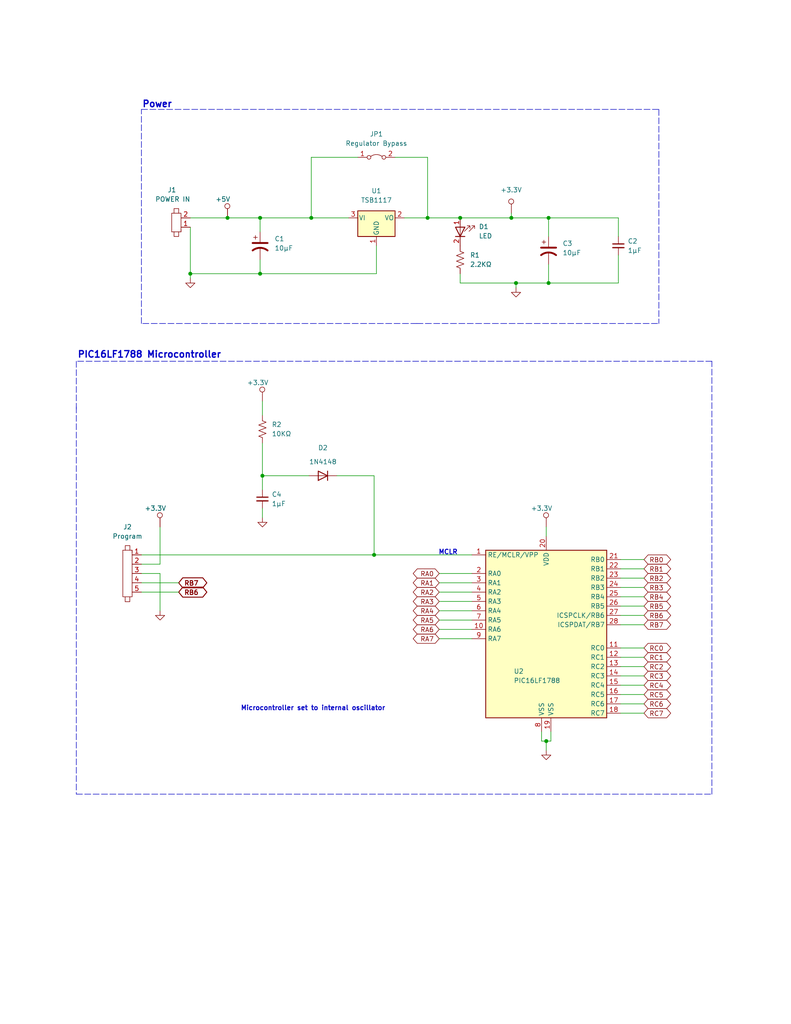
<source format=kicad_sch>
(kicad_sch (version 20211123) (generator eeschema)

  (uuid 1d9dfb4d-7358-405d-986c-c747a97e96ad)

  (paper "A" portrait)

  (title_block
    (title "Peripheral Control PCB Deisgn")
    (date "2023-12-08")
  )

  (lib_symbols
    (symbol "+3.3V_1" (power) (pin_numbers hide) (pin_names hide) (in_bom no) (on_board no)
      (property "Reference" "#PWR" (id 0) (at -2.54 -3.81 0)
        (effects (font (size 1.27 1.27)) hide)
      )
      (property "Value" "+3.3V_1" (id 1) (at -1.5748 1.1176 0)
        (effects (font (size 1.27 1.27)))
      )
      (property "Footprint" "" (id 2) (at -2.54 -3.81 0)
        (effects (font (size 1.27 1.27)) hide)
      )
      (property "Datasheet" "" (id 3) (at -2.54 -3.81 0)
        (effects (font (size 1.27 1.27)) hide)
      )
      (symbol "+3.3V_1_0_1"
        (circle (center 2.4892 0.6604) (radius 0.691)
          (stroke (width 0) (type default) (color 0 0 0 0))
          (fill (type none))
        )
      )
      (symbol "+3.3V_1_1_1"
        (pin power_in line (at 2.54 -2.54 90) (length 2.54)
          (name "+3.3V" (effects (font (size 1.27 1.27))))
          (number "~" (effects (font (size 1.27 1.27))))
        )
      )
    )
    (symbol "+3.3V_2" (power) (pin_numbers hide) (pin_names hide) (in_bom no) (on_board no)
      (property "Reference" "#PWR" (id 0) (at -2.54 -3.81 0)
        (effects (font (size 1.27 1.27)) hide)
      )
      (property "Value" "+3.3V_2" (id 1) (at -1.5748 1.1176 0)
        (effects (font (size 1.27 1.27)))
      )
      (property "Footprint" "" (id 2) (at -2.54 -3.81 0)
        (effects (font (size 1.27 1.27)) hide)
      )
      (property "Datasheet" "" (id 3) (at -2.54 -3.81 0)
        (effects (font (size 1.27 1.27)) hide)
      )
      (symbol "+3.3V_2_0_1"
        (circle (center 2.4892 0.6604) (radius 0.691)
          (stroke (width 0) (type default) (color 0 0 0 0))
          (fill (type none))
        )
      )
      (symbol "+3.3V_2_1_1"
        (pin power_in line (at 2.54 -2.54 90) (length 2.54)
          (name "+3.3V" (effects (font (size 1.27 1.27))))
          (number "~" (effects (font (size 1.27 1.27))))
        )
      )
    )
    (symbol "C_Polarized_US_1" (pin_numbers hide) (pin_names (offset 0.254) hide) (in_bom yes) (on_board yes)
      (property "Reference" "C" (id 0) (at 0.635 2.54 0)
        (effects (font (size 1.27 1.27)) (justify left))
      )
      (property "Value" "C_Polarized_US_1" (id 1) (at 0.635 -2.54 0)
        (effects (font (size 1.27 1.27)) (justify left))
      )
      (property "Footprint" "" (id 2) (at 0 0 0)
        (effects (font (size 1.27 1.27)) hide)
      )
      (property "Datasheet" "~" (id 3) (at 0 0 0)
        (effects (font (size 1.27 1.27)) hide)
      )
      (property "ki_keywords" "cap capacitor" (id 4) (at 0 0 0)
        (effects (font (size 1.27 1.27)) hide)
      )
      (property "ki_description" "Polarized capacitor, US symbol" (id 5) (at 0 0 0)
        (effects (font (size 1.27 1.27)) hide)
      )
      (property "ki_fp_filters" "CP_*" (id 6) (at 0 0 0)
        (effects (font (size 1.27 1.27)) hide)
      )
      (symbol "C_Polarized_US_1_0_1"
        (polyline
          (pts
            (xy -2.032 0.762)
            (xy 2.032 0.762)
          )
          (stroke (width 0.508) (type default) (color 0 0 0 0))
          (fill (type none))
        )
        (polyline
          (pts
            (xy -1.778 2.286)
            (xy -0.762 2.286)
          )
          (stroke (width 0) (type default) (color 0 0 0 0))
          (fill (type none))
        )
        (polyline
          (pts
            (xy -1.27 1.778)
            (xy -1.27 2.794)
          )
          (stroke (width 0) (type default) (color 0 0 0 0))
          (fill (type none))
        )
        (arc (start 2.032 -1.27) (mid 0 -0.5572) (end -2.032 -1.27)
          (stroke (width 0.508) (type default) (color 0 0 0 0))
          (fill (type none))
        )
      )
      (symbol "C_Polarized_US_1_1_1"
        (pin passive line (at 0 3.81 270) (length 2.794)
          (name "~" (effects (font (size 1.27 1.27))))
          (number "1" (effects (font (size 1.27 1.27))))
        )
        (pin passive line (at 0 -3.81 90) (length 3.302)
          (name "~" (effects (font (size 1.27 1.27))))
          (number "2" (effects (font (size 1.27 1.27))))
        )
      )
    )
    (symbol "Device:C_Polarized_US" (pin_numbers hide) (pin_names (offset 0.254) hide) (in_bom yes) (on_board yes)
      (property "Reference" "C" (id 0) (at 0.635 2.54 0)
        (effects (font (size 1.27 1.27)) (justify left))
      )
      (property "Value" "C_Polarized_US" (id 1) (at 0.635 -2.54 0)
        (effects (font (size 1.27 1.27)) (justify left))
      )
      (property "Footprint" "" (id 2) (at 0 0 0)
        (effects (font (size 1.27 1.27)) hide)
      )
      (property "Datasheet" "~" (id 3) (at 0 0 0)
        (effects (font (size 1.27 1.27)) hide)
      )
      (property "ki_keywords" "cap capacitor" (id 4) (at 0 0 0)
        (effects (font (size 1.27 1.27)) hide)
      )
      (property "ki_description" "Polarized capacitor, US symbol" (id 5) (at 0 0 0)
        (effects (font (size 1.27 1.27)) hide)
      )
      (property "ki_fp_filters" "CP_*" (id 6) (at 0 0 0)
        (effects (font (size 1.27 1.27)) hide)
      )
      (symbol "C_Polarized_US_0_1"
        (polyline
          (pts
            (xy -2.032 0.762)
            (xy 2.032 0.762)
          )
          (stroke (width 0.508) (type default) (color 0 0 0 0))
          (fill (type none))
        )
        (polyline
          (pts
            (xy -1.778 2.286)
            (xy -0.762 2.286)
          )
          (stroke (width 0) (type default) (color 0 0 0 0))
          (fill (type none))
        )
        (polyline
          (pts
            (xy -1.27 1.778)
            (xy -1.27 2.794)
          )
          (stroke (width 0) (type default) (color 0 0 0 0))
          (fill (type none))
        )
        (arc (start 2.032 -1.27) (mid 0 -0.5572) (end -2.032 -1.27)
          (stroke (width 0.508) (type default) (color 0 0 0 0))
          (fill (type none))
        )
      )
      (symbol "C_Polarized_US_1_1"
        (pin passive line (at 0 3.81 270) (length 2.794)
          (name "~" (effects (font (size 1.27 1.27))))
          (number "1" (effects (font (size 1.27 1.27))))
        )
        (pin passive line (at 0 -3.81 90) (length 3.302)
          (name "~" (effects (font (size 1.27 1.27))))
          (number "2" (effects (font (size 1.27 1.27))))
        )
      )
    )
    (symbol "Device:C_Small" (pin_numbers hide) (pin_names (offset 0.254) hide) (in_bom yes) (on_board yes)
      (property "Reference" "C" (id 0) (at 0.254 1.778 0)
        (effects (font (size 1.27 1.27)) (justify left))
      )
      (property "Value" "C_Small" (id 1) (at 0.254 -2.032 0)
        (effects (font (size 1.27 1.27)) (justify left))
      )
      (property "Footprint" "" (id 2) (at 0 0 0)
        (effects (font (size 1.27 1.27)) hide)
      )
      (property "Datasheet" "~" (id 3) (at 0 0 0)
        (effects (font (size 1.27 1.27)) hide)
      )
      (property "ki_keywords" "capacitor cap" (id 4) (at 0 0 0)
        (effects (font (size 1.27 1.27)) hide)
      )
      (property "ki_description" "Unpolarized capacitor, small symbol" (id 5) (at 0 0 0)
        (effects (font (size 1.27 1.27)) hide)
      )
      (property "ki_fp_filters" "C_*" (id 6) (at 0 0 0)
        (effects (font (size 1.27 1.27)) hide)
      )
      (symbol "C_Small_0_1"
        (polyline
          (pts
            (xy -1.524 -0.508)
            (xy 1.524 -0.508)
          )
          (stroke (width 0.3302) (type default) (color 0 0 0 0))
          (fill (type none))
        )
        (polyline
          (pts
            (xy -1.524 0.508)
            (xy 1.524 0.508)
          )
          (stroke (width 0.3048) (type default) (color 0 0 0 0))
          (fill (type none))
        )
      )
      (symbol "C_Small_1_1"
        (pin passive line (at 0 2.54 270) (length 2.032)
          (name "~" (effects (font (size 1.27 1.27))))
          (number "1" (effects (font (size 1.27 1.27))))
        )
        (pin passive line (at 0 -2.54 90) (length 2.032)
          (name "~" (effects (font (size 1.27 1.27))))
          (number "2" (effects (font (size 1.27 1.27))))
        )
      )
    )
    (symbol "Device:R_US" (pin_numbers hide) (pin_names (offset 0)) (in_bom yes) (on_board yes)
      (property "Reference" "R" (id 0) (at 2.54 0 90)
        (effects (font (size 1.27 1.27)))
      )
      (property "Value" "R_US" (id 1) (at -2.54 0 90)
        (effects (font (size 1.27 1.27)))
      )
      (property "Footprint" "" (id 2) (at 1.016 -0.254 90)
        (effects (font (size 1.27 1.27)) hide)
      )
      (property "Datasheet" "~" (id 3) (at 0 0 0)
        (effects (font (size 1.27 1.27)) hide)
      )
      (property "ki_keywords" "R res resistor" (id 4) (at 0 0 0)
        (effects (font (size 1.27 1.27)) hide)
      )
      (property "ki_description" "Resistor, US symbol" (id 5) (at 0 0 0)
        (effects (font (size 1.27 1.27)) hide)
      )
      (property "ki_fp_filters" "R_*" (id 6) (at 0 0 0)
        (effects (font (size 1.27 1.27)) hide)
      )
      (symbol "R_US_0_1"
        (polyline
          (pts
            (xy 0 -2.286)
            (xy 0 -2.54)
          )
          (stroke (width 0) (type default) (color 0 0 0 0))
          (fill (type none))
        )
        (polyline
          (pts
            (xy 0 2.286)
            (xy 0 2.54)
          )
          (stroke (width 0) (type default) (color 0 0 0 0))
          (fill (type none))
        )
        (polyline
          (pts
            (xy 0 -0.762)
            (xy 1.016 -1.143)
            (xy 0 -1.524)
            (xy -1.016 -1.905)
            (xy 0 -2.286)
          )
          (stroke (width 0) (type default) (color 0 0 0 0))
          (fill (type none))
        )
        (polyline
          (pts
            (xy 0 0.762)
            (xy 1.016 0.381)
            (xy 0 0)
            (xy -1.016 -0.381)
            (xy 0 -0.762)
          )
          (stroke (width 0) (type default) (color 0 0 0 0))
          (fill (type none))
        )
        (polyline
          (pts
            (xy 0 2.286)
            (xy 1.016 1.905)
            (xy 0 1.524)
            (xy -1.016 1.143)
            (xy 0 0.762)
          )
          (stroke (width 0) (type default) (color 0 0 0 0))
          (fill (type none))
        )
      )
      (symbol "R_US_1_1"
        (pin passive line (at 0 3.81 270) (length 1.27)
          (name "~" (effects (font (size 1.27 1.27))))
          (number "1" (effects (font (size 1.27 1.27))))
        )
        (pin passive line (at 0 -3.81 90) (length 1.27)
          (name "~" (effects (font (size 1.27 1.27))))
          (number "2" (effects (font (size 1.27 1.27))))
        )
      )
    )
    (symbol "Diode:1N4148" (pin_numbers hide) (pin_names (offset 1.016) hide) (in_bom yes) (on_board yes)
      (property "Reference" "D" (id 0) (at 0 2.54 0)
        (effects (font (size 1.27 1.27)))
      )
      (property "Value" "1N4148" (id 1) (at 0 -2.54 0)
        (effects (font (size 1.27 1.27)))
      )
      (property "Footprint" "Diode_THT:D_DO-35_SOD27_P7.62mm_Horizontal" (id 2) (at 0 -4.445 0)
        (effects (font (size 1.27 1.27)) hide)
      )
      (property "Datasheet" "https://assets.nexperia.com/documents/data-sheet/1N4148_1N4448.pdf" (id 3) (at 0 0 0)
        (effects (font (size 1.27 1.27)) hide)
      )
      (property "ki_keywords" "diode" (id 4) (at 0 0 0)
        (effects (font (size 1.27 1.27)) hide)
      )
      (property "ki_description" "100V 0.15A standard switching diode, DO-35" (id 5) (at 0 0 0)
        (effects (font (size 1.27 1.27)) hide)
      )
      (property "ki_fp_filters" "D*DO?35*" (id 6) (at 0 0 0)
        (effects (font (size 1.27 1.27)) hide)
      )
      (symbol "1N4148_0_1"
        (polyline
          (pts
            (xy -1.27 1.27)
            (xy -1.27 -1.27)
          )
          (stroke (width 0.254) (type default) (color 0 0 0 0))
          (fill (type none))
        )
        (polyline
          (pts
            (xy 1.27 0)
            (xy -1.27 0)
          )
          (stroke (width 0) (type default) (color 0 0 0 0))
          (fill (type none))
        )
        (polyline
          (pts
            (xy 1.27 1.27)
            (xy 1.27 -1.27)
            (xy -1.27 0)
            (xy 1.27 1.27)
          )
          (stroke (width 0.254) (type default) (color 0 0 0 0))
          (fill (type none))
        )
      )
      (symbol "1N4148_1_1"
        (pin passive line (at -3.81 0 0) (length 2.54)
          (name "K" (effects (font (size 1.27 1.27))))
          (number "1" (effects (font (size 1.27 1.27))))
        )
        (pin passive line (at 3.81 0 180) (length 2.54)
          (name "A" (effects (font (size 1.27 1.27))))
          (number "2" (effects (font (size 1.27 1.27))))
        )
      )
    )
    (symbol "GND_1" (power) (pin_numbers hide) (pin_names (offset 0) hide) (in_bom yes) (on_board yes)
      (property "Reference" "#PWR" (id 0) (at 0 -6.35 0)
        (effects (font (size 1.27 1.27)) hide)
      )
      (property "Value" "GND_1" (id 1) (at 0 -3.81 0)
        (effects (font (size 1.27 1.27)))
      )
      (property "Footprint" "" (id 2) (at 0 0 0)
        (effects (font (size 1.27 1.27)) hide)
      )
      (property "Datasheet" "" (id 3) (at 0 0 0)
        (effects (font (size 1.27 1.27)) hide)
      )
      (property "ki_keywords" "power-flag" (id 4) (at 0 0 0)
        (effects (font (size 1.27 1.27)) hide)
      )
      (property "ki_description" "Power symbol creates a global label with name \"GND\" , ground" (id 5) (at 0 0 0)
        (effects (font (size 1.27 1.27)) hide)
      )
      (symbol "GND_1_0_1"
        (polyline
          (pts
            (xy 0 0)
            (xy 0 -1.27)
            (xy 1.27 -1.27)
            (xy 0 -2.54)
            (xy -1.27 -1.27)
            (xy 0 -1.27)
          )
          (stroke (width 0) (type default) (color 0 0 0 0))
          (fill (type none))
        )
      )
      (symbol "GND_1_1_1"
        (pin power_in line (at 0 0 270) (length 0) hide
          (name "GND" (effects (font (size 1.27 1.27))))
          (number "1" (effects (font (size 1.27 1.27))))
        )
      )
    )
    (symbol "GND_2" (power) (pin_numbers hide) (pin_names (offset 0) hide) (in_bom yes) (on_board yes)
      (property "Reference" "#PWR" (id 0) (at 0 -6.35 0)
        (effects (font (size 1.27 1.27)) hide)
      )
      (property "Value" "GND_2" (id 1) (at 0 -3.81 0)
        (effects (font (size 1.27 1.27)))
      )
      (property "Footprint" "" (id 2) (at 0 0 0)
        (effects (font (size 1.27 1.27)) hide)
      )
      (property "Datasheet" "" (id 3) (at 0 0 0)
        (effects (font (size 1.27 1.27)) hide)
      )
      (property "ki_keywords" "power-flag" (id 4) (at 0 0 0)
        (effects (font (size 1.27 1.27)) hide)
      )
      (property "ki_description" "Power symbol creates a global label with name \"GND\" , ground" (id 5) (at 0 0 0)
        (effects (font (size 1.27 1.27)) hide)
      )
      (symbol "GND_2_0_1"
        (polyline
          (pts
            (xy 0 0)
            (xy 0 -1.27)
            (xy 1.27 -1.27)
            (xy 0 -2.54)
            (xy -1.27 -1.27)
            (xy 0 -1.27)
          )
          (stroke (width 0) (type default) (color 0 0 0 0))
          (fill (type none))
        )
      )
      (symbol "GND_2_1_1"
        (pin power_in line (at 0 0 270) (length 0) hide
          (name "GND" (effects (font (size 1.27 1.27))))
          (number "1" (effects (font (size 1.27 1.27))))
        )
      )
    )
    (symbol "Jumper_2_Bridged_1" (pin_names (offset 0) hide) (in_bom yes) (on_board yes)
      (property "Reference" "JP" (id 0) (at 0 1.905 0)
        (effects (font (size 1.27 1.27)))
      )
      (property "Value" "Jumper_2_Bridged_1" (id 1) (at 0 -2.54 0)
        (effects (font (size 1.27 1.27)))
      )
      (property "Footprint" "" (id 2) (at 0 0 0)
        (effects (font (size 1.27 1.27)) hide)
      )
      (property "Datasheet" "~" (id 3) (at 0 0 0)
        (effects (font (size 1.27 1.27)) hide)
      )
      (property "ki_keywords" "Jumper SPST" (id 4) (at 0 0 0)
        (effects (font (size 1.27 1.27)) hide)
      )
      (property "ki_description" "Jumper, 2-pole, closed/bridged" (id 5) (at 0 0 0)
        (effects (font (size 1.27 1.27)) hide)
      )
      (property "ki_fp_filters" "Jumper* TestPoint*2Pads* TestPoint*Bridge*" (id 6) (at 0 0 0)
        (effects (font (size 1.27 1.27)) hide)
      )
      (symbol "Jumper_2_Bridged_1_0_0"
        (circle (center -2.032 0) (radius 0.508)
          (stroke (width 0) (type default) (color 0 0 0 0))
          (fill (type none))
        )
        (circle (center 2.032 0) (radius 0.508)
          (stroke (width 0) (type default) (color 0 0 0 0))
          (fill (type none))
        )
      )
      (symbol "Jumper_2_Bridged_1_0_1"
        (arc (start 1.524 0.254) (mid 0 0.762) (end -1.524 0.254)
          (stroke (width 0) (type default) (color 0 0 0 0))
          (fill (type none))
        )
      )
      (symbol "Jumper_2_Bridged_1_1_1"
        (pin passive line (at -5.08 0 0) (length 2.54)
          (name "A" (effects (font (size 1.27 1.27))))
          (number "1" (effects (font (size 1.27 1.27))))
        )
        (pin passive line (at 5.08 0 180) (length 2.54)
          (name "B" (effects (font (size 1.27 1.27))))
          (number "2" (effects (font (size 1.27 1.27))))
        )
      )
    )
    (symbol "Regulator_Linear:AP1117-15" (pin_names (offset 0.254)) (in_bom yes) (on_board yes)
      (property "Reference" "U" (id 0) (at -3.81 3.175 0)
        (effects (font (size 1.27 1.27)))
      )
      (property "Value" "AP1117-15" (id 1) (at 0 3.175 0)
        (effects (font (size 1.27 1.27)) (justify left))
      )
      (property "Footprint" "Package_TO_SOT_SMD:SOT-223-3_TabPin2" (id 2) (at 0 5.08 0)
        (effects (font (size 1.27 1.27)) hide)
      )
      (property "Datasheet" "http://www.diodes.com/datasheets/AP1117.pdf" (id 3) (at 2.54 -6.35 0)
        (effects (font (size 1.27 1.27)) hide)
      )
      (property "ki_keywords" "linear regulator ldo fixed positive obsolete" (id 4) (at 0 0 0)
        (effects (font (size 1.27 1.27)) hide)
      )
      (property "ki_description" "1A Low Dropout regulator, positive, 1.5V fixed output, SOT-223" (id 5) (at 0 0 0)
        (effects (font (size 1.27 1.27)) hide)
      )
      (property "ki_fp_filters" "SOT?223*TabPin2*" (id 6) (at 0 0 0)
        (effects (font (size 1.27 1.27)) hide)
      )
      (symbol "AP1117-15_0_1"
        (rectangle (start -5.08 -5.08) (end 5.08 1.905)
          (stroke (width 0.254) (type default) (color 0 0 0 0))
          (fill (type background))
        )
      )
      (symbol "AP1117-15_1_1"
        (pin power_in line (at 0 -7.62 90) (length 2.54)
          (name "GND" (effects (font (size 1.27 1.27))))
          (number "1" (effects (font (size 1.27 1.27))))
        )
        (pin power_out line (at 7.62 0 180) (length 2.54)
          (name "VO" (effects (font (size 1.27 1.27))))
          (number "2" (effects (font (size 1.27 1.27))))
        )
        (pin power_in line (at -7.62 0 0) (length 2.54)
          (name "VI" (effects (font (size 1.27 1.27))))
          (number "3" (effects (font (size 1.27 1.27))))
        )
      )
    )
    (symbol "jm_:1X2Header" (pin_names hide) (in_bom yes) (on_board yes)
      (property "Reference" "J" (id 0) (at 0 0 0)
        (effects (font (size 1.27 1.27)))
      )
      (property "Value" "1X2Header" (id 1) (at -1.27 2.54 0)
        (effects (font (size 1.27 1.27)))
      )
      (property "Footprint" "" (id 2) (at 0 0 0)
        (effects (font (size 1.27 1.27)) hide)
      )
      (property "Datasheet" "" (id 3) (at 0 0 0)
        (effects (font (size 1.27 1.27)) hide)
      )
      (symbol "1X2Header_0_1"
        (polyline
          (pts
            (xy 13.97 1.905)
            (xy 13.97 2.54)
          )
          (stroke (width 0) (type default) (color 0 0 0 0))
          (fill (type none))
        )
        (polyline
          (pts
            (xy 13.97 2.54)
            (xy 16.51 2.54)
          )
          (stroke (width 0) (type default) (color 0 0 0 0))
          (fill (type none))
        )
        (polyline
          (pts
            (xy 13.97 2.54)
            (xy 13.97 -2.54)
            (xy 16.51 -2.54)
            (xy 16.51 2.54)
          )
          (stroke (width 0) (type default) (color 0 0 0 0))
          (fill (type none))
        )
        (polyline
          (pts
            (xy 14.605 -2.54)
            (xy 14.605 -3.81)
            (xy 15.875 -3.81)
            (xy 15.875 -2.54)
          )
          (stroke (width 0) (type default) (color 0 0 0 0))
          (fill (type none))
        )
        (polyline
          (pts
            (xy 14.605 2.54)
            (xy 14.605 3.81)
            (xy 15.875 3.81)
            (xy 15.875 2.54)
          )
          (stroke (width 0) (type default) (color 0 0 0 0))
          (fill (type none))
        )
      )
      (symbol "1X2Header_1_1"
        (pin passive line (at 11.43 1.27 0) (length 2.54)
          (name "1" (effects (font (size 1.27 1.27))))
          (number "1" (effects (font (size 1.27 1.27))))
        )
        (pin passive line (at 11.43 -1.27 0) (length 2.54)
          (name "2" (effects (font (size 1.27 1.27))))
          (number "2" (effects (font (size 1.27 1.27))))
        )
      )
    )
    (symbol "jm_:1X5Header" (pin_names hide) (in_bom yes) (on_board yes)
      (property "Reference" "J" (id 0) (at 0 0 0)
        (effects (font (size 1.27 1.27)))
      )
      (property "Value" "1X5Header" (id 1) (at -1.27 2.54 0)
        (effects (font (size 1.27 1.27)))
      )
      (property "Footprint" "" (id 2) (at 0 0 0)
        (effects (font (size 1.27 1.27)) hide)
      )
      (property "Datasheet" "" (id 3) (at 0 0 0)
        (effects (font (size 1.27 1.27)) hide)
      )
      (symbol "1X5Header_0_1"
        (polyline
          (pts
            (xy 13.97 1.905)
            (xy 13.97 2.54)
          )
          (stroke (width 0) (type default) (color 0 0 0 0))
          (fill (type none))
        )
        (polyline
          (pts
            (xy 13.97 2.54)
            (xy 16.51 2.54)
          )
          (stroke (width 0) (type default) (color 0 0 0 0))
          (fill (type none))
        )
        (polyline
          (pts
            (xy 13.97 2.54)
            (xy 13.97 -10.16)
            (xy 16.51 -10.16)
            (xy 16.51 2.54)
          )
          (stroke (width 0) (type default) (color 0 0 0 0))
          (fill (type none))
        )
        (polyline
          (pts
            (xy 14.5796 2.54)
            (xy 14.5796 3.81)
            (xy 15.8496 3.81)
            (xy 15.8496 2.54)
          )
          (stroke (width 0) (type default) (color 0 0 0 0))
          (fill (type none))
        )
        (polyline
          (pts
            (xy 14.605 -10.2362)
            (xy 14.605 -11.5062)
            (xy 15.875 -11.5062)
            (xy 15.875 -10.2362)
          )
          (stroke (width 0) (type default) (color 0 0 0 0))
          (fill (type none))
        )
      )
      (symbol "1X5Header_1_1"
        (pin passive line (at 11.43 1.27 0) (length 2.54)
          (name "1" (effects (font (size 1.27 1.27))))
          (number "1" (effects (font (size 1.27 1.27))))
        )
        (pin passive line (at 11.43 -1.27 0) (length 2.54)
          (name "2" (effects (font (size 1.27 1.27))))
          (number "2" (effects (font (size 1.27 1.27))))
        )
        (pin passive line (at 11.43 -3.81 0) (length 2.54)
          (name "3" (effects (font (size 1.27 1.27))))
          (number "3" (effects (font (size 1.27 1.27))))
        )
        (pin passive line (at 11.43 -6.35 0) (length 2.54)
          (name "4" (effects (font (size 1.27 1.27))))
          (number "4" (effects (font (size 1.27 1.27))))
        )
        (pin passive line (at 11.43 -8.89 0) (length 2.54)
          (name "5" (effects (font (size 1.27 1.27))))
          (number "5" (effects (font (size 1.27 1.27))))
        )
      )
    )
    (symbol "jm_:LED_2" (pin_names hide) (in_bom yes) (on_board yes)
      (property "Reference" "D" (id 0) (at -8.89 5.08 0)
        (effects (font (size 1.27 1.27)))
      )
      (property "Value" "LED_2" (id 1) (at -6.35 2.54 0)
        (effects (font (size 1.27 1.27)))
      )
      (property "Footprint" "JM_Library_footprints:LED_0805_A_C" (id 2) (at -26.67 -2.54 0)
        (effects (font (size 1.27 1.27)) hide)
      )
      (property "Datasheet" "" (id 3) (at 1.27 -3.81 90)
        (effects (font (size 1.27 1.27)) hide)
      )
      (symbol "LED_2_0_1"
        (polyline
          (pts
            (xy 1.27 -2.54)
            (xy 1.27 0)
          )
          (stroke (width 0) (type default) (color 0 0 0 0))
          (fill (type none))
        )
        (polyline
          (pts
            (xy 2.54 -2.54)
            (xy 0 -2.54)
          )
          (stroke (width 0.254) (type default) (color 0 0 0 0))
          (fill (type none))
        )
        (polyline
          (pts
            (xy 2.54 0)
            (xy 0 0)
            (xy 1.27 -2.54)
            (xy 2.54 0)
          )
          (stroke (width 0.254) (type default) (color 0 0 0 0))
          (fill (type none))
        )
        (polyline
          (pts
            (xy 2.413 -1.143)
            (xy 3.937 0.381)
            (xy 3.175 0.381)
            (xy 3.937 0.381)
            (xy 3.937 -0.381)
          )
          (stroke (width 0) (type default) (color 0 0 0 0))
          (fill (type none))
        )
        (polyline
          (pts
            (xy 3.683 -1.143)
            (xy 5.207 0.381)
            (xy 4.445 0.381)
            (xy 5.207 0.381)
            (xy 5.207 -0.381)
          )
          (stroke (width 0) (type default) (color 0 0 0 0))
          (fill (type none))
        )
      )
      (symbol "LED_2_1_1"
        (pin passive line (at 1.27 2.54 270) (length 2.54)
          (name "A" (effects (font (size 1.27 1.27))))
          (number "1" (effects (font (size 1.27 1.27))))
        )
        (pin passive line (at 1.27 -5.08 90) (length 2.54)
          (name "K" (effects (font (size 1.27 1.27))))
          (number "2" (effects (font (size 1.27 1.27))))
        )
      )
    )
    (symbol "jm_:PIC16IF1788" (in_bom yes) (on_board yes)
      (property "Reference" "U" (id 0) (at -10.16 -11.43 0)
        (effects (font (size 1.27 1.27)))
      )
      (property "Value" "PIC16IF1788" (id 1) (at -7.62 -15.24 0)
        (effects (font (size 1.27 1.27)))
      )
      (property "Footprint" "" (id 2) (at -7.62 -15.24 0)
        (effects (font (size 1.27 1.27)) hide)
      )
      (property "Datasheet" "" (id 3) (at -7.62 -15.24 0)
        (effects (font (size 1.27 1.27)) hide)
      )
      (symbol "PIC16IF1788_0_1"
        (rectangle (start -16.51 19.05) (end 16.51 -26.67)
          (stroke (width 0.254) (type default) (color 0 0 0 0))
          (fill (type background))
        )
      )
      (symbol "PIC16IF1788_1_1"
        (pin input line (at -20.32 17.78 0) (length 3.81)
          (name "RE/MCLR/VPP" (effects (font (size 1.27 1.27))))
          (number "1" (effects (font (size 1.27 1.27))))
        )
        (pin bidirectional line (at -20.32 -2.54 0) (length 3.81)
          (name "RA6" (effects (font (size 1.27 1.27))))
          (number "10" (effects (font (size 1.27 1.27))))
        )
        (pin bidirectional line (at 20.32 -7.62 180) (length 3.81)
          (name "RC0" (effects (font (size 1.27 1.27))))
          (number "11" (effects (font (size 1.27 1.27))))
        )
        (pin bidirectional line (at 20.32 -10.16 180) (length 3.81)
          (name "RC1" (effects (font (size 1.27 1.27))))
          (number "12" (effects (font (size 1.27 1.27))))
        )
        (pin bidirectional line (at 20.32 -12.7 180) (length 3.81)
          (name "RC2" (effects (font (size 1.27 1.27))))
          (number "13" (effects (font (size 1.27 1.27))))
        )
        (pin bidirectional line (at 20.32 -15.24 180) (length 3.81)
          (name "RC3" (effects (font (size 1.27 1.27))))
          (number "14" (effects (font (size 1.27 1.27))))
        )
        (pin bidirectional line (at 20.32 -17.78 180) (length 3.81)
          (name "RC4" (effects (font (size 1.27 1.27))))
          (number "15" (effects (font (size 1.27 1.27))))
        )
        (pin bidirectional line (at 20.32 -20.32 180) (length 3.81)
          (name "RC5" (effects (font (size 1.27 1.27))))
          (number "16" (effects (font (size 1.27 1.27))))
        )
        (pin bidirectional line (at 20.32 -22.86 180) (length 3.81)
          (name "RC6" (effects (font (size 1.27 1.27))))
          (number "17" (effects (font (size 1.27 1.27))))
        )
        (pin bidirectional line (at 20.32 -25.4 180) (length 3.81)
          (name "RC7" (effects (font (size 1.27 1.27))))
          (number "18" (effects (font (size 1.27 1.27))))
        )
        (pin power_in line (at 1.27 -30.48 90) (length 3.81)
          (name "VSS" (effects (font (size 1.27 1.27))))
          (number "19" (effects (font (size 1.27 1.27))))
        )
        (pin bidirectional line (at -20.32 12.7 0) (length 3.81)
          (name "RA0" (effects (font (size 1.27 1.27))))
          (number "2" (effects (font (size 1.27 1.27))))
        )
        (pin power_in line (at 0 22.86 270) (length 3.81)
          (name "VDD" (effects (font (size 1.27 1.27))))
          (number "20" (effects (font (size 1.27 1.27))))
        )
        (pin bidirectional line (at 20.32 16.51 180) (length 3.81)
          (name "RB0" (effects (font (size 1.27 1.27))))
          (number "21" (effects (font (size 1.27 1.27))))
        )
        (pin bidirectional line (at 20.32 13.97 180) (length 3.81)
          (name "RB1" (effects (font (size 1.27 1.27))))
          (number "22" (effects (font (size 1.27 1.27))))
        )
        (pin bidirectional line (at 20.32 11.43 180) (length 3.81)
          (name "RB2" (effects (font (size 1.27 1.27))))
          (number "23" (effects (font (size 1.27 1.27))))
        )
        (pin bidirectional line (at 20.32 8.89 180) (length 3.81)
          (name "RB3" (effects (font (size 1.27 1.27))))
          (number "24" (effects (font (size 1.27 1.27))))
        )
        (pin bidirectional line (at 20.32 6.35 180) (length 3.81)
          (name "RB4" (effects (font (size 1.27 1.27))))
          (number "25" (effects (font (size 1.27 1.27))))
        )
        (pin bidirectional line (at 20.32 3.81 180) (length 3.81)
          (name "RB5" (effects (font (size 1.27 1.27))))
          (number "26" (effects (font (size 1.27 1.27))))
        )
        (pin bidirectional line (at 20.32 1.27 180) (length 3.81)
          (name "ICSPCLK/RB6" (effects (font (size 1.27 1.27))))
          (number "27" (effects (font (size 1.27 1.27))))
        )
        (pin bidirectional line (at 20.32 -1.27 180) (length 3.81)
          (name "ICSPDAT/RB7" (effects (font (size 1.27 1.27))))
          (number "28" (effects (font (size 1.27 1.27))))
        )
        (pin bidirectional line (at -20.32 10.16 0) (length 3.81)
          (name "RA1" (effects (font (size 1.27 1.27))))
          (number "3" (effects (font (size 1.27 1.27))))
        )
        (pin bidirectional line (at -20.32 7.62 0) (length 3.81)
          (name "RA2" (effects (font (size 1.27 1.27))))
          (number "4" (effects (font (size 1.27 1.27))))
        )
        (pin bidirectional line (at -20.32 5.08 0) (length 3.81)
          (name "RA3" (effects (font (size 1.27 1.27))))
          (number "5" (effects (font (size 1.27 1.27))))
        )
        (pin bidirectional line (at -20.32 2.54 0) (length 3.81)
          (name "RA4" (effects (font (size 1.27 1.27))))
          (number "6" (effects (font (size 1.27 1.27))))
        )
        (pin bidirectional line (at -20.32 0 0) (length 3.81)
          (name "RA5" (effects (font (size 1.27 1.27))))
          (number "7" (effects (font (size 1.27 1.27))))
        )
        (pin power_in line (at -1.27 -30.48 90) (length 3.81)
          (name "VSS" (effects (font (size 1.27 1.27))))
          (number "8" (effects (font (size 1.27 1.27))))
        )
        (pin bidirectional line (at -20.32 -5.08 0) (length 3.81)
          (name "RA7" (effects (font (size 1.27 1.27))))
          (number "9" (effects (font (size 1.27 1.27))))
        )
      )
      (symbol "PIC16IF1788_1_2"
        (pin input line (at -20.32 17.78 0) (length 3.81)
          (name "RE/MCLR/VPP" (effects (font (size 1.27 1.27))))
          (number "1" (effects (font (size 1.27 1.27))))
        )
        (pin bidirectional line (at -20.32 -2.54 0) (length 3.81)
          (name "RA6" (effects (font (size 1.27 1.27))))
          (number "10" (effects (font (size 1.27 1.27))))
        )
        (pin bidirectional line (at 86.36 22.86 180) (length 3.81)
          (name "RC0" (effects (font (size 1.27 1.27))))
          (number "11" (effects (font (size 1.27 1.27))))
        )
        (pin bidirectional line (at 86.36 20.32 180) (length 3.81)
          (name "RC1" (effects (font (size 1.27 1.27))))
          (number "12" (effects (font (size 1.27 1.27))))
        )
        (pin bidirectional line (at 86.36 17.78 180) (length 3.81)
          (name "RC2" (effects (font (size 1.27 1.27))))
          (number "13" (effects (font (size 1.27 1.27))))
        )
        (pin bidirectional line (at 86.36 15.24 180) (length 3.81)
          (name "RC3" (effects (font (size 1.27 1.27))))
          (number "14" (effects (font (size 1.27 1.27))))
        )
        (pin bidirectional line (at 86.36 12.7 180) (length 3.81)
          (name "RC4" (effects (font (size 1.27 1.27))))
          (number "15" (effects (font (size 1.27 1.27))))
        )
        (pin bidirectional line (at 86.36 10.16 180) (length 3.81)
          (name "RC5" (effects (font (size 1.27 1.27))))
          (number "16" (effects (font (size 1.27 1.27))))
        )
        (pin bidirectional line (at 86.36 7.62 180) (length 3.81)
          (name "ICSPCLK/RC6" (effects (font (size 1.27 1.27))))
          (number "17" (effects (font (size 1.27 1.27))))
        )
        (pin bidirectional line (at 86.36 5.08 180) (length 3.81)
          (name "ICSPDAT/RC7" (effects (font (size 1.27 1.27))))
          (number "18" (effects (font (size 1.27 1.27))))
        )
        (pin power_in line (at 2.54 -27.94 90) (length 3.81)
          (name "VSS" (effects (font (size 1.27 1.27))))
          (number "19" (effects (font (size 1.27 1.27))))
        )
        (pin bidirectional line (at -20.32 12.7 0) (length 3.81)
          (name "RA0" (effects (font (size 1.27 1.27))))
          (number "2" (effects (font (size 1.27 1.27))))
        )
        (pin power_in line (at 0 22.86 270) (length 3.81)
          (name "VDD" (effects (font (size 1.27 1.27))))
          (number "20" (effects (font (size 1.27 1.27))))
        )
        (pin bidirectional line (at 76.2 -13.97 180) (length 3.81)
          (name "INT/RB0" (effects (font (size 1.27 1.27))))
          (number "21" (effects (font (size 1.27 1.27))))
        )
        (pin bidirectional line (at 76.2 -16.51 180) (length 3.81)
          (name "RB1" (effects (font (size 1.27 1.27))))
          (number "22" (effects (font (size 1.27 1.27))))
        )
        (pin bidirectional line (at 76.2 -19.05 180) (length 3.81)
          (name "RB2" (effects (font (size 1.27 1.27))))
          (number "23" (effects (font (size 1.27 1.27))))
        )
        (pin bidirectional line (at 76.2 -21.59 180) (length 3.81)
          (name "PGM/RB3" (effects (font (size 1.27 1.27))))
          (number "24" (effects (font (size 1.27 1.27))))
        )
        (pin bidirectional line (at 76.2 -24.13 180) (length 3.81)
          (name "RB4" (effects (font (size 1.27 1.27))))
          (number "25" (effects (font (size 1.27 1.27))))
        )
        (pin bidirectional line (at 76.2 -26.67 180) (length 3.81)
          (name "RB5" (effects (font (size 1.27 1.27))))
          (number "26" (effects (font (size 1.27 1.27))))
        )
        (pin bidirectional line (at 76.2 -29.21 180) (length 3.81)
          (name "PGC/RB6" (effects (font (size 1.27 1.27))))
          (number "27" (effects (font (size 1.27 1.27))))
        )
        (pin bidirectional line (at 76.2 -31.75 180) (length 3.81)
          (name "PGD/RB7" (effects (font (size 1.27 1.27))))
          (number "28" (effects (font (size 1.27 1.27))))
        )
        (pin bidirectional line (at -20.32 10.16 0) (length 3.81)
          (name "RA1" (effects (font (size 1.27 1.27))))
          (number "3" (effects (font (size 1.27 1.27))))
        )
        (pin bidirectional line (at -20.32 7.62 0) (length 3.81)
          (name "RA2" (effects (font (size 1.27 1.27))))
          (number "4" (effects (font (size 1.27 1.27))))
        )
        (pin bidirectional line (at -20.32 5.08 0) (length 3.81)
          (name "RA3" (effects (font (size 1.27 1.27))))
          (number "5" (effects (font (size 1.27 1.27))))
        )
        (pin bidirectional line (at -20.32 2.54 0) (length 3.81)
          (name "RA4" (effects (font (size 1.27 1.27))))
          (number "6" (effects (font (size 1.27 1.27))))
        )
        (pin bidirectional line (at -20.32 0 0) (length 3.81)
          (name "RA5" (effects (font (size 1.27 1.27))))
          (number "7" (effects (font (size 1.27 1.27))))
        )
        (pin power_in line (at 0 -27.94 90) (length 3.81)
          (name "VSS" (effects (font (size 1.27 1.27))))
          (number "8" (effects (font (size 1.27 1.27))))
        )
        (pin bidirectional line (at -20.32 -5.08 0) (length 3.81)
          (name "RA7" (effects (font (size 1.27 1.27))))
          (number "9" (effects (font (size 1.27 1.27))))
        )
      )
    )
    (symbol "jm_power:+3.3V" (power) (pin_numbers hide) (pin_names hide) (in_bom no) (on_board no)
      (property "Reference" "#PWR" (id 0) (at -2.54 -3.81 0)
        (effects (font (size 1.27 1.27)) hide)
      )
      (property "Value" "+3.3V" (id 1) (at -1.5748 1.1176 0)
        (effects (font (size 1.27 1.27)))
      )
      (property "Footprint" "" (id 2) (at -2.54 -3.81 0)
        (effects (font (size 1.27 1.27)) hide)
      )
      (property "Datasheet" "" (id 3) (at -2.54 -3.81 0)
        (effects (font (size 1.27 1.27)) hide)
      )
      (symbol "+3.3V_0_1"
        (circle (center 2.4892 0.6604) (radius 0.691)
          (stroke (width 0) (type default) (color 0 0 0 0))
          (fill (type none))
        )
      )
      (symbol "+3.3V_1_1"
        (pin power_in line (at 2.54 -2.54 90) (length 2.54)
          (name "+3.3V" (effects (font (size 1.27 1.27))))
          (number "~" (effects (font (size 1.27 1.27))))
        )
      )
    )
    (symbol "jm_power:+5V" (power) (pin_numbers hide) (pin_names hide) (in_bom no) (on_board no)
      (property "Reference" "#PWR" (id 0) (at -2.54 -3.81 0)
        (effects (font (size 1.27 1.27)) hide)
      )
      (property "Value" "+5V" (id 1) (at -1.5748 1.1176 0)
        (effects (font (size 1.27 1.27)))
      )
      (property "Footprint" "" (id 2) (at -2.54 -3.81 0)
        (effects (font (size 1.27 1.27)) hide)
      )
      (property "Datasheet" "" (id 3) (at -2.54 -3.81 0)
        (effects (font (size 1.27 1.27)) hide)
      )
      (symbol "+5V_0_1"
        (circle (center 2.4892 0.6604) (radius 0.691)
          (stroke (width 0) (type default) (color 0 0 0 0))
          (fill (type none))
        )
      )
      (symbol "+5V_1_1"
        (pin power_in line (at 2.54 -2.54 90) (length 2.54)
          (name "+5V" (effects (font (size 1.27 1.27))))
          (number "~" (effects (font (size 1.27 1.27))))
        )
      )
    )
    (symbol "power:GND" (power) (pin_numbers hide) (pin_names (offset 0) hide) (in_bom yes) (on_board yes)
      (property "Reference" "#PWR" (id 0) (at 0 -6.35 0)
        (effects (font (size 1.27 1.27)) hide)
      )
      (property "Value" "GND" (id 1) (at 0 -3.81 0)
        (effects (font (size 1.27 1.27)))
      )
      (property "Footprint" "" (id 2) (at 0 0 0)
        (effects (font (size 1.27 1.27)) hide)
      )
      (property "Datasheet" "" (id 3) (at 0 0 0)
        (effects (font (size 1.27 1.27)) hide)
      )
      (property "ki_keywords" "power-flag" (id 4) (at 0 0 0)
        (effects (font (size 1.27 1.27)) hide)
      )
      (property "ki_description" "Power symbol creates a global label with name \"GND\" , ground" (id 5) (at 0 0 0)
        (effects (font (size 1.27 1.27)) hide)
      )
      (symbol "GND_0_1"
        (polyline
          (pts
            (xy 0 0)
            (xy 0 -1.27)
            (xy 1.27 -1.27)
            (xy 0 -2.54)
            (xy -1.27 -1.27)
            (xy 0 -1.27)
          )
          (stroke (width 0) (type default) (color 0 0 0 0))
          (fill (type none))
        )
      )
      (symbol "GND_1_1"
        (pin power_in line (at 0 0 270) (length 0) hide
          (name "GND" (effects (font (size 1.27 1.27))))
          (number "1" (effects (font (size 1.27 1.27))))
        )
      )
    )
  )

  (junction (at 125.603 59.436) (diameter 0) (color 0 0 0 0)
    (uuid 0b027d72-5aef-4b39-a3ef-4296e4d40574)
  )
  (junction (at 116.713 59.436) (diameter 0) (color 0 0 0 0)
    (uuid 28759959-3d78-49da-bf6a-eb778358a2a9)
  )
  (junction (at 139.573 59.436) (diameter 0) (color 0 0 0 0)
    (uuid 3f19e6e2-bb70-4ff5-8f5c-52fd4fc69133)
  )
  (junction (at 51.943 74.676) (diameter 0) (color 0 0 0 0)
    (uuid 45beb637-c75b-4a1c-a712-0649b726c9da)
  )
  (junction (at 70.993 74.676) (diameter 0) (color 0 0 0 0)
    (uuid 4d9a340c-c905-44b2-a470-77e018dbb00f)
  )
  (junction (at 149.733 59.436) (diameter 0) (color 0 0 0 0)
    (uuid 535547ee-f98d-4a90-975e-9852100c953c)
  )
  (junction (at 149.733 77.216) (diameter 0) (color 0 0 0 0)
    (uuid 55673904-34b6-4912-895f-0af63612720a)
  )
  (junction (at 84.963 59.436) (diameter 0) (color 0 0 0 0)
    (uuid 678d21e8-25cc-4e7f-938d-3a39f58b58ae)
  )
  (junction (at 140.843 77.216) (diameter 0) (color 0 0 0 0)
    (uuid aa82ad00-ac3e-45aa-9b9e-a9e9a68a2f43)
  )
  (junction (at 71.628 129.794) (diameter 0) (color 0 0 0 0)
    (uuid b28dc4ee-1ba6-43c1-a4b0-832f3debcc48)
  )
  (junction (at 62.103 59.436) (diameter 0) (color 0 0 0 0)
    (uuid b801f54a-3e73-486e-896e-e373c1fdc718)
  )
  (junction (at 149.098 202.184) (diameter 0) (color 0 0 0 0)
    (uuid e702afa8-35de-4d85-bf20-db90da478c86)
  )
  (junction (at 102.108 151.384) (diameter 0) (color 0 0 0 0)
    (uuid f57e48ea-78ad-4704-a1d5-b5bf01d12746)
  )
  (junction (at 70.993 59.436) (diameter 0) (color 0 0 0 0)
    (uuid f8f68225-15da-4e7a-8f82-45c96b7bc45b)
  )

  (wire (pts (xy 128.778 161.544) (xy 119.888 161.544))
    (stroke (width 0) (type default) (color 0 0 0 0))
    (uuid 008e9f50-3a5b-4c35-a7ad-67c8652ed069)
  )
  (wire (pts (xy 62.103 59.436) (xy 70.993 59.436))
    (stroke (width 0) (type default) (color 0 0 0 0))
    (uuid 019b0de8-bfe4-440f-b7ce-70944919e0e7)
  )
  (wire (pts (xy 125.603 77.216) (xy 140.843 77.216))
    (stroke (width 0) (type default) (color 0 0 0 0))
    (uuid 04e2788e-ee5f-445f-a741-448c2092a4ba)
  )
  (wire (pts (xy 139.573 58.166) (xy 139.573 59.436))
    (stroke (width 0) (type default) (color 0 0 0 0))
    (uuid 05e69a85-5b33-4d48-80a8-db2b26ff08b5)
  )
  (polyline (pts (xy 113.792 88.265) (xy 38.608 88.265))
    (stroke (width 0) (type default) (color 0 0 0 0))
    (uuid 0746063e-64ad-4d6a-af9d-ad7f8a8da9e5)
  )
  (polyline (pts (xy 194.31 216.662) (xy 194.31 98.552))
    (stroke (width 0) (type default) (color 0 0 0 0))
    (uuid 1351bbf8-0b6f-4ec4-8d37-bc6279b7a7c2)
  )

  (wire (pts (xy 71.628 120.904) (xy 71.628 129.794))
    (stroke (width 0) (type default) (color 0 0 0 0))
    (uuid 16462c30-fbcd-4cbf-8833-284bedec1d1b)
  )
  (wire (pts (xy 71.628 138.684) (xy 71.628 141.224))
    (stroke (width 0) (type default) (color 0 0 0 0))
    (uuid 1970dbd6-c4b6-4953-a7cf-45ef9ad66e2b)
  )
  (wire (pts (xy 140.843 77.216) (xy 140.843 78.486))
    (stroke (width 0) (type default) (color 0 0 0 0))
    (uuid 1b787804-c09c-4b4a-92b2-88673102e5bd)
  )
  (wire (pts (xy 84.963 42.926) (xy 84.963 59.436))
    (stroke (width 0) (type default) (color 0 0 0 0))
    (uuid 1dac44e3-fc7c-4018-9a1d-1590003c6605)
  )
  (wire (pts (xy 71.628 129.794) (xy 71.628 133.604))
    (stroke (width 0) (type default) (color 0 0 0 0))
    (uuid 20474d3b-d8fe-4bcb-ba78-9337f7c0d7c1)
  )
  (wire (pts (xy 169.418 184.404) (xy 175.768 184.404))
    (stroke (width 0) (type default) (color 0 0 0 0))
    (uuid 23ec22d7-1fdc-4e83-b525-eaa3f3df9229)
  )
  (wire (pts (xy 168.783 77.216) (xy 168.783 69.596))
    (stroke (width 0) (type default) (color 0 0 0 0))
    (uuid 26520b7f-36da-4f5c-9b5f-1985186d34d8)
  )
  (wire (pts (xy 91.948 129.794) (xy 102.108 129.794))
    (stroke (width 0) (type default) (color 0 0 0 0))
    (uuid 2a91f21f-fb07-402e-98e7-877073b2977c)
  )
  (wire (pts (xy 71.628 129.794) (xy 84.328 129.794))
    (stroke (width 0) (type default) (color 0 0 0 0))
    (uuid 2f11f3ba-1c47-42ce-9e38-c43d44fc0258)
  )
  (wire (pts (xy 70.993 63.246) (xy 70.993 59.436))
    (stroke (width 0) (type default) (color 0 0 0 0))
    (uuid 31aef119-2075-49c6-a142-ceaa24727a0d)
  )
  (polyline (pts (xy 20.828 110.998) (xy 20.828 216.662))
    (stroke (width 0) (type default) (color 0 0 0 0))
    (uuid 32439236-6760-4cf2-ab15-4c7e6d42fb5a)
  )

  (wire (pts (xy 168.783 64.516) (xy 168.783 59.436))
    (stroke (width 0) (type default) (color 0 0 0 0))
    (uuid 328ba657-5487-4c8f-be51-fd90b807f557)
  )
  (wire (pts (xy 84.963 59.436) (xy 95.123 59.436))
    (stroke (width 0) (type default) (color 0 0 0 0))
    (uuid 3342e1c3-7e6c-45ab-bf4b-453811e55692)
  )
  (wire (pts (xy 139.573 59.436) (xy 149.733 59.436))
    (stroke (width 0) (type default) (color 0 0 0 0))
    (uuid 354f100e-8b36-493f-b3bf-a41f66a7b7d7)
  )
  (polyline (pts (xy 194.31 98.552) (xy 20.828 98.552))
    (stroke (width 0) (type default) (color 0 0 0 0))
    (uuid 39b522f5-d782-4407-a7fe-3724e44dd73b)
  )

  (wire (pts (xy 116.713 59.436) (xy 125.603 59.436))
    (stroke (width 0) (type default) (color 0 0 0 0))
    (uuid 3c00fce3-e610-46ec-9feb-2eaf59743225)
  )
  (wire (pts (xy 169.418 160.274) (xy 175.768 160.274))
    (stroke (width 0) (type default) (color 0 0 0 0))
    (uuid 410776bc-7b9f-446f-bcb4-63e6ed1b43eb)
  )
  (polyline (pts (xy 38.608 88.265) (xy 38.608 29.845))
    (stroke (width 0) (type default) (color 0 0 0 0))
    (uuid 43ecbceb-80b2-4b26-8797-dfd12ec64437)
  )

  (wire (pts (xy 110.363 59.436) (xy 116.713 59.436))
    (stroke (width 0) (type default) (color 0 0 0 0))
    (uuid 464c5ad4-303c-4bb0-9000-3977f1e6bb5b)
  )
  (wire (pts (xy 102.108 129.794) (xy 102.108 151.384))
    (stroke (width 0) (type default) (color 0 0 0 0))
    (uuid 4727fadf-a8ce-4277-a246-25617205d8fa)
  )
  (wire (pts (xy 128.778 159.004) (xy 119.888 159.004))
    (stroke (width 0) (type default) (color 0 0 0 0))
    (uuid 47f3dade-62be-4946-8c84-5b2c3cf7c1d5)
  )
  (wire (pts (xy 149.733 59.436) (xy 168.783 59.436))
    (stroke (width 0) (type default) (color 0 0 0 0))
    (uuid 4e24d08e-dc50-4d94-92c7-8ac083ebf56c)
  )
  (polyline (pts (xy 38.608 29.845) (xy 179.832 29.845))
    (stroke (width 0) (type default) (color 0 0 0 0))
    (uuid 52849334-7807-45e1-ac4f-4f346ac8b568)
  )

  (wire (pts (xy 51.943 74.676) (xy 70.993 74.676))
    (stroke (width 0) (type default) (color 0 0 0 0))
    (uuid 55684a9e-2c4c-44e6-bd84-33d48e44c1ab)
  )
  (wire (pts (xy 128.778 164.084) (xy 119.888 164.084))
    (stroke (width 0) (type default) (color 0 0 0 0))
    (uuid 57cde0b8-22a1-4715-9326-980cd891c5c1)
  )
  (wire (pts (xy 149.733 59.436) (xy 149.733 64.516))
    (stroke (width 0) (type default) (color 0 0 0 0))
    (uuid 5bf7993d-3077-4ea9-b267-1a293b299ee1)
  )
  (wire (pts (xy 169.418 155.194) (xy 175.768 155.194))
    (stroke (width 0) (type default) (color 0 0 0 0))
    (uuid 62b5de10-6c78-4331-a2ee-350014817022)
  )
  (wire (pts (xy 102.108 151.384) (xy 128.778 151.384))
    (stroke (width 0) (type default) (color 0 0 0 0))
    (uuid 63c4b239-bee0-48c3-882e-145198f2ec89)
  )
  (wire (pts (xy 43.688 153.924) (xy 43.688 143.764))
    (stroke (width 0) (type default) (color 0 0 0 0))
    (uuid 64584786-d57d-4c80-8b13-d7014daf9a43)
  )
  (wire (pts (xy 147.828 199.644) (xy 147.828 202.184))
    (stroke (width 0) (type default) (color 0 0 0 0))
    (uuid 6ceb3cbf-1e01-4b44-b024-5f81fabe01ea)
  )
  (wire (pts (xy 169.418 186.944) (xy 175.768 186.944))
    (stroke (width 0) (type default) (color 0 0 0 0))
    (uuid 70d86276-a09e-4b00-83ab-d66eb5a3b1a0)
  )
  (wire (pts (xy 128.778 169.164) (xy 119.888 169.164))
    (stroke (width 0) (type default) (color 0 0 0 0))
    (uuid 71048742-9b55-4530-98e7-add7328286c8)
  )
  (wire (pts (xy 38.608 159.004) (xy 48.768 159.004))
    (stroke (width 0) (type default) (color 0 0 0 0))
    (uuid 76f1cf07-c3b5-49bc-860b-4bd094c13617)
  )
  (wire (pts (xy 119.888 174.244) (xy 128.778 174.244))
    (stroke (width 0) (type default) (color 0 0 0 0))
    (uuid 83ae4e85-b3f5-4a5b-9d5d-298cad59faca)
  )
  (polyline (pts (xy 20.828 98.552) (xy 20.828 111.633))
    (stroke (width 0) (type default) (color 0 0 0 0))
    (uuid 8f184f8a-ea03-4f72-bde3-3f7f6bec78d1)
  )

  (wire (pts (xy 149.733 72.136) (xy 149.733 77.216))
    (stroke (width 0) (type default) (color 0 0 0 0))
    (uuid 96817522-e8d0-4726-a275-d11cd7cf9c0d)
  )
  (wire (pts (xy 128.778 156.464) (xy 119.888 156.464))
    (stroke (width 0) (type default) (color 0 0 0 0))
    (uuid 9d9c8f78-4a28-4ddd-9bbe-6441757bcbfb)
  )
  (wire (pts (xy 149.098 143.764) (xy 149.098 146.304))
    (stroke (width 0) (type default) (color 0 0 0 0))
    (uuid a2e62ba4-913b-42fb-aac6-920dbc5e7eca)
  )
  (wire (pts (xy 97.663 42.926) (xy 84.963 42.926))
    (stroke (width 0) (type default) (color 0 0 0 0))
    (uuid a4458375-f490-4737-873a-3279cee642cc)
  )
  (wire (pts (xy 38.608 156.464) (xy 43.688 156.464))
    (stroke (width 0) (type default) (color 0 0 0 0))
    (uuid a8b61224-dd15-4f40-8b6a-dc94f91452dc)
  )
  (wire (pts (xy 70.993 74.676) (xy 102.743 74.676))
    (stroke (width 0) (type default) (color 0 0 0 0))
    (uuid abbef5ab-4c9e-4a7a-8951-2f884a12fa1f)
  )
  (wire (pts (xy 43.688 156.464) (xy 43.688 166.624))
    (stroke (width 0) (type default) (color 0 0 0 0))
    (uuid ad64788e-6ac7-4e44-beb0-9ea0fb44b359)
  )
  (wire (pts (xy 149.098 202.184) (xy 150.368 202.184))
    (stroke (width 0) (type default) (color 0 0 0 0))
    (uuid ad9ac237-192e-432c-b86d-f73d3fac7d5d)
  )
  (wire (pts (xy 71.628 109.474) (xy 71.628 113.284))
    (stroke (width 0) (type default) (color 0 0 0 0))
    (uuid b2e4ea3b-b7b6-4793-b050-5bddc2fac93e)
  )
  (polyline (pts (xy 20.828 216.662) (xy 194.31 216.662))
    (stroke (width 0) (type default) (color 0 0 0 0))
    (uuid b38272b6-d836-4631-b6c5-5548c5ce4203)
  )

  (wire (pts (xy 150.368 202.184) (xy 150.368 199.644))
    (stroke (width 0) (type default) (color 0 0 0 0))
    (uuid b70c2044-1842-42ec-bfda-96bb9fb8c11b)
  )
  (wire (pts (xy 119.888 171.704) (xy 128.778 171.704))
    (stroke (width 0) (type default) (color 0 0 0 0))
    (uuid b81a0148-c88b-4de8-87a2-cbd5ef59fa81)
  )
  (wire (pts (xy 169.418 157.734) (xy 175.768 157.734))
    (stroke (width 0) (type default) (color 0 0 0 0))
    (uuid bab51d9e-9f04-4d01-a26a-fd1df13f9c10)
  )
  (wire (pts (xy 169.418 165.354) (xy 175.768 165.354))
    (stroke (width 0) (type default) (color 0 0 0 0))
    (uuid bcebeba1-57e8-4502-93f4-ed72e48cf905)
  )
  (wire (pts (xy 51.943 61.976) (xy 51.943 74.676))
    (stroke (width 0) (type default) (color 0 0 0 0))
    (uuid c0bcf584-4905-4442-823d-d2d408d8828e)
  )
  (wire (pts (xy 169.418 189.484) (xy 175.768 189.484))
    (stroke (width 0) (type default) (color 0 0 0 0))
    (uuid c0bef7a3-f490-4fa6-8cbe-b4a5747567d0)
  )
  (wire (pts (xy 140.843 77.216) (xy 149.733 77.216))
    (stroke (width 0) (type default) (color 0 0 0 0))
    (uuid c3884923-aff8-4b10-9f9e-996d2e02e784)
  )
  (wire (pts (xy 128.778 166.624) (xy 119.888 166.624))
    (stroke (width 0) (type default) (color 0 0 0 0))
    (uuid c5a3c11a-739e-4f05-9757-0ba8a17cc102)
  )
  (wire (pts (xy 70.993 74.676) (xy 70.993 70.866))
    (stroke (width 0) (type default) (color 0 0 0 0))
    (uuid c6a00d06-e4b5-4393-b3b3-b4a4647697a1)
  )
  (wire (pts (xy 125.603 59.436) (xy 139.573 59.436))
    (stroke (width 0) (type default) (color 0 0 0 0))
    (uuid c6eea70d-66a8-400b-a6c0-5dc582f2c353)
  )
  (wire (pts (xy 147.828 202.184) (xy 149.098 202.184))
    (stroke (width 0) (type default) (color 0 0 0 0))
    (uuid ca11b3a3-6fff-4925-9b9d-b37e0b6b3cd6)
  )
  (wire (pts (xy 51.943 74.676) (xy 51.943 75.946))
    (stroke (width 0) (type default) (color 0 0 0 0))
    (uuid cc3ce4b5-e9c7-46e0-ad7f-f910fc845797)
  )
  (wire (pts (xy 125.603 74.676) (xy 125.603 77.216))
    (stroke (width 0) (type default) (color 0 0 0 0))
    (uuid cd96086e-4d96-4c85-9dc7-d0f7d27054b6)
  )
  (wire (pts (xy 102.743 67.056) (xy 102.743 74.676))
    (stroke (width 0) (type default) (color 0 0 0 0))
    (uuid cf2c52a4-bb6a-4b50-9a6a-42302dcd555c)
  )
  (wire (pts (xy 169.418 162.814) (xy 175.768 162.814))
    (stroke (width 0) (type default) (color 0 0 0 0))
    (uuid cfa6f82c-f193-4cb8-b510-75924fec544c)
  )
  (wire (pts (xy 169.418 176.784) (xy 175.768 176.784))
    (stroke (width 0) (type default) (color 0 0 0 0))
    (uuid d63aaa46-4fd9-43ee-90d0-6e95ef1d21c1)
  )
  (polyline (pts (xy 179.832 29.845) (xy 179.832 88.265))
    (stroke (width 0) (type default) (color 0 0 0 0))
    (uuid d73ac2c0-339f-4a36-aa42-28225dd34e3e)
  )

  (wire (pts (xy 38.608 161.544) (xy 48.768 161.544))
    (stroke (width 0) (type default) (color 0 0 0 0))
    (uuid d88e171f-0fed-466f-a8b0-01b30df11f3b)
  )
  (wire (pts (xy 169.418 167.894) (xy 175.768 167.894))
    (stroke (width 0) (type default) (color 0 0 0 0))
    (uuid dcb551d0-d763-42be-a22d-a99c9ec6cef3)
  )
  (wire (pts (xy 70.993 59.436) (xy 84.963 59.436))
    (stroke (width 0) (type default) (color 0 0 0 0))
    (uuid e2aec545-cdcf-49ec-9b3c-efedfcfbe885)
  )
  (wire (pts (xy 149.098 202.184) (xy 149.098 204.724))
    (stroke (width 0) (type default) (color 0 0 0 0))
    (uuid e5bf1730-a260-4dbb-a237-42eb70e743ee)
  )
  (wire (pts (xy 38.608 153.924) (xy 43.688 153.924))
    (stroke (width 0) (type default) (color 0 0 0 0))
    (uuid e6d73bf1-0334-4687-b7fc-496ef57082e0)
  )
  (wire (pts (xy 169.418 152.654) (xy 175.768 152.654))
    (stroke (width 0) (type default) (color 0 0 0 0))
    (uuid e7bbdb66-2065-46c3-901f-db3eca5412f9)
  )
  (wire (pts (xy 51.943 59.436) (xy 62.103 59.436))
    (stroke (width 0) (type default) (color 0 0 0 0))
    (uuid ea514149-201c-4e5e-b71a-003318a17855)
  )
  (polyline (pts (xy 113.792 88.265) (xy 179.832 88.265))
    (stroke (width 0) (type default) (color 0 0 0 0))
    (uuid f1fdc4c8-a8bf-45f3-bb9e-00e396ffcedb)
  )

  (wire (pts (xy 116.713 42.926) (xy 116.713 59.436))
    (stroke (width 0) (type default) (color 0 0 0 0))
    (uuid f2c639ea-6751-4b37-8a25-8b679b0b7070)
  )
  (wire (pts (xy 169.418 181.864) (xy 175.768 181.864))
    (stroke (width 0) (type default) (color 0 0 0 0))
    (uuid f38ce67d-55d3-40d7-8241-b7af8e854c62)
  )
  (wire (pts (xy 38.608 151.384) (xy 102.108 151.384))
    (stroke (width 0) (type default) (color 0 0 0 0))
    (uuid f554fb54-0397-4b5e-b21c-b46283049c3b)
  )
  (wire (pts (xy 169.418 192.024) (xy 175.768 192.024))
    (stroke (width 0) (type default) (color 0 0 0 0))
    (uuid f9dfe0b5-cc53-41cf-830a-7931d59413c8)
  )
  (wire (pts (xy 169.418 194.564) (xy 175.768 194.564))
    (stroke (width 0) (type default) (color 0 0 0 0))
    (uuid fbfb5ae1-f1af-4879-946a-4a5e6c02d814)
  )
  (wire (pts (xy 169.418 179.324) (xy 175.768 179.324))
    (stroke (width 0) (type default) (color 0 0 0 0))
    (uuid fcfb51d7-b714-40f7-a6ed-6818592aa2e8)
  )
  (wire (pts (xy 169.418 170.434) (xy 175.768 170.434))
    (stroke (width 0) (type default) (color 0 0 0 0))
    (uuid fd750908-c575-4dad-9e39-db9ef7d820b7)
  )
  (wire (pts (xy 149.733 77.216) (xy 168.783 77.216))
    (stroke (width 0) (type default) (color 0 0 0 0))
    (uuid fe5db5e8-f0cb-45e1-8c10-829c2fc7d170)
  )
  (wire (pts (xy 107.823 42.926) (xy 116.713 42.926))
    (stroke (width 0) (type default) (color 0 0 0 0))
    (uuid ffbc87a0-be1e-4ddd-9861-d1a805666382)
  )

  (text "Microcontroller set to internal oscillator" (at 65.659 194.056 0)
    (effects (font (size 1.27 1.27) bold) (justify left bottom))
    (uuid 15c482e1-40ce-4b24-87b3-d42976e1e501)
  )
  (text "MCLR" (at 119.634 151.511 0)
    (effects (font (size 1.27 1.27) bold) (justify left bottom))
    (uuid 9767a9c3-06c9-4644-9223-669d889c4be6)
  )
  (text "PIC16LF1788 Microcontroller" (at 21.082 97.917 0)
    (effects (font (size 1.778 1.778) bold) (justify left bottom))
    (uuid df5fe0a3-be85-4843-ae77-50cdae7bc2de)
  )
  (text "Power" (at 38.735 29.591 0)
    (effects (font (size 1.778 1.778) bold) (justify left bottom))
    (uuid e0f2551c-3c87-4c0c-8d33-7f2c355b46ad)
  )

  (global_label "RB7" (shape bidirectional) (at 48.768 159.004 0) (fields_autoplaced)
    (effects (font (size 1.27 1.27) bold) (justify left))
    (uuid 03ca83c7-be2c-465c-9fdc-381d3971a5f1)
    (property "Intersheet References" "${INTERSHEET_REFS}" (id 0) (at 55.121 158.877 0)
      (effects (font (size 1.27 1.27) bold) (justify left) hide)
    )
  )
  (global_label "RB6" (shape bidirectional) (at 175.768 167.894 0) (fields_autoplaced)
    (effects (font (size 1.27 1.27)) (justify left))
    (uuid 04f90936-23cd-42c4-bf70-8a3d669e1efd)
    (property "Intersheet References" "${INTERSHEET_REFS}" (id 0) (at 181.9306 167.8146 0)
      (effects (font (size 1.27 1.27)) (justify left) hide)
    )
  )
  (global_label "RC5" (shape bidirectional) (at 175.768 189.484 0) (fields_autoplaced)
    (effects (font (size 1.27 1.27)) (justify left))
    (uuid 25a5fafe-1093-4952-9526-afaa90629e86)
    (property "Intersheet References" "${INTERSHEET_REFS}" (id 0) (at 181.9306 189.4046 0)
      (effects (font (size 1.27 1.27)) (justify left) hide)
    )
  )
  (global_label "RA1" (shape bidirectional) (at 119.888 159.004 180) (fields_autoplaced)
    (effects (font (size 1.27 1.27)) (justify right))
    (uuid 2f1be673-5bef-4185-8f08-1c5ef4315671)
    (property "Intersheet References" "${INTERSHEET_REFS}" (id 0) (at 113.9068 158.9246 0)
      (effects (font (size 1.27 1.27)) (justify right) hide)
    )
  )
  (global_label "RB6" (shape bidirectional) (at 48.768 161.544 0) (fields_autoplaced)
    (effects (font (size 1.27 1.27) bold) (justify left))
    (uuid 3375f833-9713-4f7f-ad91-f1fff492418c)
    (property "Intersheet References" "${INTERSHEET_REFS}" (id 0) (at 55.121 161.417 0)
      (effects (font (size 1.27 1.27) bold) (justify left) hide)
    )
  )
  (global_label "RB0" (shape bidirectional) (at 175.768 152.654 0) (fields_autoplaced)
    (effects (font (size 1.27 1.27)) (justify left))
    (uuid 3df64863-5d15-4e3b-9211-54c7de1d2f68)
    (property "Intersheet References" "${INTERSHEET_REFS}" (id 0) (at 181.9306 152.5746 0)
      (effects (font (size 1.27 1.27)) (justify left) hide)
    )
  )
  (global_label "RC6" (shape bidirectional) (at 175.768 192.024 0) (fields_autoplaced)
    (effects (font (size 1.27 1.27)) (justify left))
    (uuid 459035f8-7f41-4a5e-9320-507a660f3c1b)
    (property "Intersheet References" "${INTERSHEET_REFS}" (id 0) (at 181.9306 191.9446 0)
      (effects (font (size 1.27 1.27)) (justify left) hide)
    )
  )
  (global_label "RA4" (shape bidirectional) (at 119.888 166.624 180) (fields_autoplaced)
    (effects (font (size 1.27 1.27)) (justify right))
    (uuid 473ab3b1-a89f-4869-a849-c998abdabefb)
    (property "Intersheet References" "${INTERSHEET_REFS}" (id 0) (at 113.9068 166.5446 0)
      (effects (font (size 1.27 1.27)) (justify right) hide)
    )
  )
  (global_label "RC7" (shape bidirectional) (at 175.768 194.564 0) (fields_autoplaced)
    (effects (font (size 1.27 1.27)) (justify left))
    (uuid 47b1530b-7efd-46ab-a99d-5993738e03b6)
    (property "Intersheet References" "${INTERSHEET_REFS}" (id 0) (at 181.9306 194.4846 0)
      (effects (font (size 1.27 1.27)) (justify left) hide)
    )
  )
  (global_label "RA5" (shape bidirectional) (at 119.888 169.164 180) (fields_autoplaced)
    (effects (font (size 1.27 1.27)) (justify right))
    (uuid 8b96e33c-b27a-4e22-ac82-096f6c18aa8c)
    (property "Intersheet References" "${INTERSHEET_REFS}" (id 0) (at 113.9068 169.0846 0)
      (effects (font (size 1.27 1.27)) (justify right) hide)
    )
  )
  (global_label "RA3" (shape bidirectional) (at 119.888 164.084 180) (fields_autoplaced)
    (effects (font (size 1.27 1.27)) (justify right))
    (uuid 951c487e-35e4-4cd4-91c9-6a28b0ba35cf)
    (property "Intersheet References" "${INTERSHEET_REFS}" (id 0) (at 113.9068 164.0046 0)
      (effects (font (size 1.27 1.27)) (justify right) hide)
    )
  )
  (global_label "RC4" (shape bidirectional) (at 175.768 186.944 0) (fields_autoplaced)
    (effects (font (size 1.27 1.27)) (justify left))
    (uuid 96efe6dd-49b0-4b2c-b969-d9e4453ed24c)
    (property "Intersheet References" "${INTERSHEET_REFS}" (id 0) (at 181.9306 186.8646 0)
      (effects (font (size 1.27 1.27)) (justify left) hide)
    )
  )
  (global_label "RB5" (shape bidirectional) (at 175.768 165.354 0) (fields_autoplaced)
    (effects (font (size 1.27 1.27)) (justify left))
    (uuid 9ced65ff-ac2d-496d-9906-f9fdec0f58b8)
    (property "Intersheet References" "${INTERSHEET_REFS}" (id 0) (at 181.9306 165.2746 0)
      (effects (font (size 1.27 1.27)) (justify left) hide)
    )
  )
  (global_label "RC0" (shape bidirectional) (at 175.768 176.784 0) (fields_autoplaced)
    (effects (font (size 1.27 1.27)) (justify left))
    (uuid a0494a81-58d8-4607-b550-a12fbdc72f1c)
    (property "Intersheet References" "${INTERSHEET_REFS}" (id 0) (at 181.9306 176.7046 0)
      (effects (font (size 1.27 1.27)) (justify left) hide)
    )
  )
  (global_label "RC1" (shape bidirectional) (at 175.768 179.324 0) (fields_autoplaced)
    (effects (font (size 1.27 1.27)) (justify left))
    (uuid a5fc3970-06fd-4ff9-bec0-95cddff711f7)
    (property "Intersheet References" "${INTERSHEET_REFS}" (id 0) (at 181.9306 179.2446 0)
      (effects (font (size 1.27 1.27)) (justify left) hide)
    )
  )
  (global_label "RA7" (shape bidirectional) (at 119.888 174.244 180) (fields_autoplaced)
    (effects (font (size 1.27 1.27)) (justify right))
    (uuid a7a7d0c3-e75c-439a-979e-dabc0ecc7611)
    (property "Intersheet References" "${INTERSHEET_REFS}" (id 0) (at 113.9068 174.1646 0)
      (effects (font (size 1.27 1.27)) (justify right) hide)
    )
  )
  (global_label "RC3" (shape bidirectional) (at 175.768 184.404 0) (fields_autoplaced)
    (effects (font (size 1.27 1.27)) (justify left))
    (uuid ab217f05-dccb-4d84-b086-e1087c270329)
    (property "Intersheet References" "${INTERSHEET_REFS}" (id 0) (at 181.9306 184.3246 0)
      (effects (font (size 1.27 1.27)) (justify left) hide)
    )
  )
  (global_label "RA0" (shape bidirectional) (at 119.888 156.464 180) (fields_autoplaced)
    (effects (font (size 1.27 1.27)) (justify right))
    (uuid bce02489-7736-4230-a2f9-0d40e5ea430b)
    (property "Intersheet References" "${INTERSHEET_REFS}" (id 0) (at 113.9068 156.3846 0)
      (effects (font (size 1.27 1.27)) (justify right) hide)
    )
  )
  (global_label "RB4" (shape bidirectional) (at 175.768 162.814 0) (fields_autoplaced)
    (effects (font (size 1.27 1.27)) (justify left))
    (uuid c100fd3a-82a7-41b9-9ef9-58e924bb86e0)
    (property "Intersheet References" "${INTERSHEET_REFS}" (id 0) (at 181.9306 162.7346 0)
      (effects (font (size 1.27 1.27)) (justify left) hide)
    )
  )
  (global_label "RC2" (shape bidirectional) (at 175.768 181.864 0) (fields_autoplaced)
    (effects (font (size 1.27 1.27)) (justify left))
    (uuid c15c582f-a365-4bd9-abc1-ecfdf0217713)
    (property "Intersheet References" "${INTERSHEET_REFS}" (id 0) (at 181.9306 181.7846 0)
      (effects (font (size 1.27 1.27)) (justify left) hide)
    )
  )
  (global_label "RA2" (shape bidirectional) (at 119.888 161.544 180) (fields_autoplaced)
    (effects (font (size 1.27 1.27)) (justify right))
    (uuid d1eaa82c-25dd-42ae-b675-463814e9713c)
    (property "Intersheet References" "${INTERSHEET_REFS}" (id 0) (at 113.9068 161.4646 0)
      (effects (font (size 1.27 1.27)) (justify right) hide)
    )
  )
  (global_label "RB2" (shape bidirectional) (at 175.768 157.734 0) (fields_autoplaced)
    (effects (font (size 1.27 1.27)) (justify left))
    (uuid e39c6460-a84e-4ab7-8ae4-2c4013d9161f)
    (property "Intersheet References" "${INTERSHEET_REFS}" (id 0) (at 181.9306 157.6546 0)
      (effects (font (size 1.27 1.27)) (justify left) hide)
    )
  )
  (global_label "RA6" (shape bidirectional) (at 119.888 171.704 180) (fields_autoplaced)
    (effects (font (size 1.27 1.27)) (justify right))
    (uuid e8fd6c76-2895-42ae-aa3b-1f615553aed3)
    (property "Intersheet References" "${INTERSHEET_REFS}" (id 0) (at 113.9068 171.6246 0)
      (effects (font (size 1.27 1.27)) (justify right) hide)
    )
  )
  (global_label "RB3" (shape bidirectional) (at 175.768 160.274 0) (fields_autoplaced)
    (effects (font (size 1.27 1.27)) (justify left))
    (uuid eff2ac67-228f-4a9c-bd07-382ceb7e0a45)
    (property "Intersheet References" "${INTERSHEET_REFS}" (id 0) (at 181.9306 160.1946 0)
      (effects (font (size 1.27 1.27)) (justify left) hide)
    )
  )
  (global_label "RB1" (shape bidirectional) (at 175.768 155.194 0) (fields_autoplaced)
    (effects (font (size 1.27 1.27)) (justify left))
    (uuid f05e70cf-b8d5-4766-a097-daeb628d18e6)
    (property "Intersheet References" "${INTERSHEET_REFS}" (id 0) (at 181.9306 155.1146 0)
      (effects (font (size 1.27 1.27)) (justify left) hide)
    )
  )
  (global_label "RB7" (shape bidirectional) (at 175.768 170.434 0) (fields_autoplaced)
    (effects (font (size 1.27 1.27)) (justify left))
    (uuid f312a840-4c8b-4870-a3a7-af83de8f5600)
    (property "Intersheet References" "${INTERSHEET_REFS}" (id 0) (at 181.9306 170.3546 0)
      (effects (font (size 1.27 1.27)) (justify left) hide)
    )
  )

  (symbol (lib_id "jm_power:+3.3V") (at 137.033 55.626 0) (unit 1)
    (in_bom no) (on_board no) (fields_autoplaced)
    (uuid 08aef722-17be-4896-a819-45bd1299aeba)
    (property "Reference" "#PWR01" (id 0) (at 134.493 59.436 0)
      (effects (font (size 1.27 1.27)) hide)
    )
    (property "Value" "+3.3V" (id 1) (at 139.5222 51.816 0))
    (property "Footprint" "" (id 2) (at 134.493 59.436 0)
      (effects (font (size 1.27 1.27)) hide)
    )
    (property "Datasheet" "" (id 3) (at 134.493 59.436 0)
      (effects (font (size 1.27 1.27)) hide)
    )
    (pin "~" (uuid 99c1dda9-da2c-46fe-b01c-1b2b456bffc4))
  )

  (symbol (lib_id "Device:R_US") (at 125.603 70.866 0) (unit 1)
    (in_bom yes) (on_board yes) (fields_autoplaced)
    (uuid 0deaac47-541b-4b9d-aa2d-e458f0f643bd)
    (property "Reference" "R1" (id 0) (at 128.27 69.5959 0)
      (effects (font (size 1.27 1.27)) (justify left))
    )
    (property "Value" "2.2KΩ" (id 1) (at 128.27 72.1359 0)
      (effects (font (size 1.27 1.27)) (justify left))
    )
    (property "Footprint" "Resistor_SMD:R_0805_2012Metric_Pad1.20x1.40mm_HandSolder" (id 2) (at 126.619 71.12 90)
      (effects (font (size 1.27 1.27)) hide)
    )
    (property "Datasheet" "~" (id 3) (at 125.603 70.866 0)
      (effects (font (size 1.27 1.27)) hide)
    )
    (pin "1" (uuid adccd453-eb95-4e1f-b208-defc54709a4b))
    (pin "2" (uuid 7d0692e2-1f9c-45cf-b035-c42d41394d5f))
  )

  (symbol (lib_id "Device:C_Small") (at 168.783 67.056 0) (unit 1)
    (in_bom yes) (on_board yes) (fields_autoplaced)
    (uuid 1b2b66ad-c92e-43b5-94ad-073f4be373d7)
    (property "Reference" "C2" (id 0) (at 171.323 65.7922 0)
      (effects (font (size 1.27 1.27)) (justify left))
    )
    (property "Value" "1µF" (id 1) (at 171.323 68.3322 0)
      (effects (font (size 1.27 1.27)) (justify left))
    )
    (property "Footprint" "Capacitor_SMD:C_0805_2012Metric_Pad1.18x1.45mm_HandSolder" (id 2) (at 168.783 67.056 0)
      (effects (font (size 1.27 1.27)) hide)
    )
    (property "Datasheet" "~" (id 3) (at 168.783 67.056 0)
      (effects (font (size 1.27 1.27)) hide)
    )
    (pin "1" (uuid a7fee80e-de8e-4a05-9693-ba14ecf254cf))
    (pin "2" (uuid 6f1a2a50-c581-47f3-85fd-e62c53a1e831))
  )

  (symbol (lib_id "power:GND") (at 43.688 166.624 0) (unit 1)
    (in_bom yes) (on_board yes) (fields_autoplaced)
    (uuid 1fe9577d-4f68-4006-8a6b-eb19446e4dc6)
    (property "Reference" "#PWR09" (id 0) (at 43.688 172.974 0)
      (effects (font (size 1.27 1.27)) hide)
    )
    (property "Value" "GND" (id 1) (at 43.688 171.704 0)
      (effects (font (size 1.27 1.27)) hide)
    )
    (property "Footprint" "" (id 2) (at 43.688 166.624 0)
      (effects (font (size 1.27 1.27)) hide)
    )
    (property "Datasheet" "" (id 3) (at 43.688 166.624 0)
      (effects (font (size 1.27 1.27)) hide)
    )
    (pin "1" (uuid a81dc7e4-9caf-467b-b8c8-4d87392a33f3))
  )

  (symbol (lib_name "+3.3V_1") (lib_id "jm_power:+3.3V") (at 41.148 141.224 0) (unit 1)
    (in_bom yes) (on_board yes)
    (uuid 24a75261-e81a-4d66-94b0-60e881dd0a02)
    (property "Reference" "#PWR06" (id 0) (at 38.608 145.034 0)
      (effects (font (size 1.27 1.27)) hide)
    )
    (property "Value" "+3.3V" (id 1) (at 42.418 138.684 0))
    (property "Footprint" "" (id 2) (at 38.608 145.034 0)
      (effects (font (size 1.27 1.27)) hide)
    )
    (property "Datasheet" "" (id 3) (at 38.608 145.034 0)
      (effects (font (size 1.27 1.27)) hide)
    )
    (pin "~" (uuid cc1ee076-7c66-4048-bff4-da647926fde9))
  )

  (symbol (lib_name "+3.3V_2") (lib_id "jm_power:+3.3V") (at 69.088 106.934 0) (unit 1)
    (in_bom yes) (on_board yes) (fields_autoplaced)
    (uuid 44414a23-d10c-48c4-bf78-f45969a858e7)
    (property "Reference" "#PWR05" (id 0) (at 66.548 110.744 0)
      (effects (font (size 1.27 1.27)) hide)
    )
    (property "Value" "+3.3V" (id 1) (at 70.358 104.394 0))
    (property "Footprint" "" (id 2) (at 66.548 110.744 0)
      (effects (font (size 1.27 1.27)) hide)
    )
    (property "Datasheet" "" (id 3) (at 66.548 110.744 0)
      (effects (font (size 1.27 1.27)) hide)
    )
    (pin "~" (uuid 0f3e0f5a-eaf7-4c79-b248-9c95a9c7fe08))
  )

  (symbol (lib_id "jm_:LED_2") (at 124.333 61.976 0) (unit 1)
    (in_bom yes) (on_board yes)
    (uuid 473af1f1-b95d-4d56-9ed7-fb083732f6bf)
    (property "Reference" "D1" (id 0) (at 130.683 61.8489 0)
      (effects (font (size 1.27 1.27)) (justify left))
    )
    (property "Value" "LED" (id 1) (at 130.683 64.3889 0)
      (effects (font (size 1.27 1.27)) (justify left))
    )
    (property "Footprint" "JM_Library_footprints:LED_0805_A_C" (id 2) (at 97.663 64.516 0)
      (effects (font (size 1.27 1.27)) hide)
    )
    (property "Datasheet" "" (id 3) (at 125.603 65.786 90)
      (effects (font (size 1.27 1.27)) hide)
    )
    (pin "1" (uuid 582916ff-a308-41f0-9e72-2c68ac880351))
    (pin "2" (uuid 2598b03e-fa8c-4f17-8ca1-f2a66263ab98))
  )

  (symbol (lib_id "jm_:1X5Header") (at 50.038 152.654 0) (mirror y) (unit 1)
    (in_bom yes) (on_board yes) (fields_autoplaced)
    (uuid 4c795d32-3f0d-4319-9ab8-ac5338ad00aa)
    (property "Reference" "J2" (id 0) (at 34.798 143.764 0))
    (property "Value" "Program" (id 1) (at 34.798 146.304 0))
    (property "Footprint" "Connector_PinHeader_2.54mm:PinHeader_1x05_P2.54mm_Vertical" (id 2) (at 50.038 152.654 0)
      (effects (font (size 1.27 1.27)) hide)
    )
    (property "Datasheet" "" (id 3) (at 50.038 152.654 0)
      (effects (font (size 1.27 1.27)) hide)
    )
    (pin "1" (uuid 376159ef-e2de-46ec-b8e4-6bd9943b0a74))
    (pin "2" (uuid e990170c-fc23-4596-aa92-292292ea54c8))
    (pin "3" (uuid 87b9e16e-e399-4a43-9950-1d1b239f5c74))
    (pin "4" (uuid ef33776e-832a-4842-a727-010c0438c111))
    (pin "5" (uuid a73854b0-fde8-47c6-b794-8f14dc841603))
  )

  (symbol (lib_id "Device:R_US") (at 71.628 117.094 0) (unit 1)
    (in_bom yes) (on_board yes) (fields_autoplaced)
    (uuid 52f2b061-e533-45b6-9340-cac8af9defb5)
    (property "Reference" "R2" (id 0) (at 74.168 115.8239 0)
      (effects (font (size 1.27 1.27)) (justify left))
    )
    (property "Value" "10KΩ" (id 1) (at 74.168 118.3639 0)
      (effects (font (size 1.27 1.27)) (justify left))
    )
    (property "Footprint" "Resistor_SMD:R_0805_2012Metric_Pad1.20x1.40mm_HandSolder" (id 2) (at 72.644 117.348 90)
      (effects (font (size 1.27 1.27)) hide)
    )
    (property "Datasheet" "~" (id 3) (at 71.628 117.094 0)
      (effects (font (size 1.27 1.27)) hide)
    )
    (pin "1" (uuid f1563b2b-12e3-45ad-aa6b-392a82c01554))
    (pin "2" (uuid 4ecdf42b-0085-4e9a-87b7-848ee5162a73))
  )

  (symbol (lib_id "Regulator_Linear:AP1117-15") (at 102.743 59.436 0) (unit 1)
    (in_bom yes) (on_board yes) (fields_autoplaced)
    (uuid 6af1c419-ace6-45b0-8435-30f15bc5971c)
    (property "Reference" "U1" (id 0) (at 102.743 52.07 0))
    (property "Value" "TSB1117" (id 1) (at 102.743 54.61 0))
    (property "Footprint" "Package_TO_SOT_SMD:SOT-223-3_TabPin2" (id 2) (at 102.743 54.356 0)
      (effects (font (size 1.27 1.27)) hide)
    )
    (property "Datasheet" "http://www.diodes.com/datasheets/AP1117.pdf" (id 3) (at 105.283 65.786 0)
      (effects (font (size 1.27 1.27)) hide)
    )
    (pin "1" (uuid 6f677719-338f-4500-b24e-45921bb203ed))
    (pin "2" (uuid c21932bc-0d76-4a7c-a300-b59efdaeb292))
    (pin "3" (uuid 85c9855c-2513-4557-9d42-cf2ff9f1653f))
  )

  (symbol (lib_id "jm_power:+3.3V") (at 146.558 141.224 0) (unit 1)
    (in_bom yes) (on_board yes) (fields_autoplaced)
    (uuid 7b2a6462-e6ec-48ca-9d0a-5dc154ebd656)
    (property "Reference" "#PWR08" (id 0) (at 144.018 145.034 0)
      (effects (font (size 1.27 1.27)) hide)
    )
    (property "Value" "+3.3V" (id 1) (at 147.828 138.684 0))
    (property "Footprint" "" (id 2) (at 144.018 145.034 0)
      (effects (font (size 1.27 1.27)) hide)
    )
    (property "Datasheet" "" (id 3) (at 144.018 145.034 0)
      (effects (font (size 1.27 1.27)) hide)
    )
    (pin "~" (uuid 867c9cd8-9592-41be-bae9-ed9206046266))
  )

  (symbol (lib_name "Jumper_2_Bridged_1") (lib_id "Jumper:Jumper_2_Bridged") (at 102.743 42.926 0) (unit 1)
    (in_bom yes) (on_board yes) (fields_autoplaced)
    (uuid 7d6986ba-922e-4334-9af1-3e23f0e6f098)
    (property "Reference" "JP1" (id 0) (at 102.743 36.576 0))
    (property "Value" "Regulator Bypass" (id 1) (at 102.743 39.116 0))
    (property "Footprint" "Connector_PinHeader_2.54mm:PinHeader_1x02_P2.54mm_Vertical" (id 2) (at 102.743 42.926 0)
      (effects (font (size 1.27 1.27)) hide)
    )
    (property "Datasheet" "~" (id 3) (at 102.743 42.926 0)
      (effects (font (size 1.27 1.27)) hide)
    )
    (pin "1" (uuid 0c32c2fc-621e-42b0-ba32-22f05bde4b1c))
    (pin "2" (uuid e9f57f27-cb76-4c76-a4d6-2f3d6eab2c91))
  )

  (symbol (lib_id "jm_:PIC16IF1788") (at 149.098 169.164 0) (unit 1)
    (in_bom yes) (on_board yes)
    (uuid 85a664fb-fcef-4c25-bce3-eb1ac336ff52)
    (property "Reference" "U2" (id 0) (at 140.208 183.134 0)
      (effects (font (size 1.27 1.27)) (justify left))
    )
    (property "Value" "PIC16LF1788" (id 1) (at 140.208 185.674 0)
      (effects (font (size 1.27 1.27)) (justify left))
    )
    (property "Footprint" "JM_Library_footprints:SSPO-28" (id 2) (at 141.478 184.404 0)
      (effects (font (size 1.27 1.27)) hide)
    )
    (property "Datasheet" "" (id 3) (at 141.478 184.404 0)
      (effects (font (size 1.27 1.27)) hide)
    )
    (pin "1" (uuid f2ca9ba8-ea59-4aae-8cae-e44ac0b54d33))
    (pin "10" (uuid 1264d197-785b-4c21-99f5-522c0e356f90))
    (pin "11" (uuid 2ff35b80-66eb-47ec-8e91-fdfb2b2063a7))
    (pin "12" (uuid 60e3f316-f040-45ce-bc2d-bd6a732803c9))
    (pin "13" (uuid 2dbc1b8d-2771-46a7-a097-1a70895768a3))
    (pin "14" (uuid 66392f6d-1138-4397-8c79-50ae2f4ab9cf))
    (pin "15" (uuid 0d5a87f9-763c-4306-8508-d29a194f1519))
    (pin "16" (uuid 581e996c-10cf-4cd4-88f4-f140b388ae99))
    (pin "17" (uuid 8409c241-091e-4b7c-a3aa-448d723bc8e8))
    (pin "18" (uuid b8b3c052-bb8a-4282-8a5e-a8ec0b70d566))
    (pin "19" (uuid 2b7307a9-8762-487b-8721-cc5e09c6ff0c))
    (pin "2" (uuid ddbc9fda-7d2e-48fe-84df-e048e0bddcf7))
    (pin "20" (uuid 04774453-5b36-43bc-ae09-b86210eabbc3))
    (pin "21" (uuid 1e8b7459-a637-4503-a5f3-ca8d6b434acc))
    (pin "22" (uuid 6c34a061-5f6e-492d-bd26-73760e51f181))
    (pin "23" (uuid 570961df-b29f-484d-ab7f-1213bc7d0a5f))
    (pin "24" (uuid d2a90c14-1c07-4939-8412-99cb756a09b5))
    (pin "25" (uuid 14f276ab-5d2c-4476-948a-839e29f58c71))
    (pin "26" (uuid 7185c7b1-1579-4699-98bb-9002135ac391))
    (pin "27" (uuid 1bce3b0d-90c9-47ca-a4bf-1006620061f6))
    (pin "28" (uuid eb634c8a-1eae-43df-bfdb-6c5f0e422a85))
    (pin "3" (uuid e798bbae-6f37-42c7-b934-1d6f3fd65ed9))
    (pin "4" (uuid a69147f9-9e36-408e-863c-ff94916a697c))
    (pin "5" (uuid 59bbf5f5-8050-432c-ace7-ae881ff45ab1))
    (pin "6" (uuid d40af7c7-d131-4f7b-8f02-eb4f30d1895f))
    (pin "7" (uuid d4a2e611-4777-40ad-b35e-1a8005a10dfb))
    (pin "8" (uuid e522d22a-4ec7-4916-80b1-e16462c95bbf))
    (pin "9" (uuid 62024077-8eba-4d2b-b50f-752b696de766))
  )

  (symbol (lib_id "power:GND") (at 71.628 141.224 0) (unit 1)
    (in_bom yes) (on_board yes) (fields_autoplaced)
    (uuid 8a4e6d37-b59d-4e84-bc7d-254a66f20862)
    (property "Reference" "#PWR07" (id 0) (at 71.628 147.574 0)
      (effects (font (size 1.27 1.27)) hide)
    )
    (property "Value" "GND" (id 1) (at 71.628 146.304 0)
      (effects (font (size 1.27 1.27)) hide)
    )
    (property "Footprint" "" (id 2) (at 71.628 141.224 0)
      (effects (font (size 1.27 1.27)) hide)
    )
    (property "Datasheet" "" (id 3) (at 71.628 141.224 0)
      (effects (font (size 1.27 1.27)) hide)
    )
    (pin "1" (uuid 75b4ff6b-84e9-4269-a717-c9b6aea04a81))
  )

  (symbol (lib_id "jm_power:+5V") (at 59.563 56.896 0) (unit 1)
    (in_bom yes) (on_board yes) (fields_autoplaced)
    (uuid 8d08df9e-c014-42f1-bb6a-c8821b4814b8)
    (property "Reference" "#PWR02" (id 0) (at 57.023 60.706 0)
      (effects (font (size 1.27 1.27)) hide)
    )
    (property "Value" "+5V" (id 1) (at 60.833 54.356 0))
    (property "Footprint" "" (id 2) (at 57.023 60.706 0)
      (effects (font (size 1.27 1.27)) hide)
    )
    (property "Datasheet" "" (id 3) (at 57.023 60.706 0)
      (effects (font (size 1.27 1.27)) hide)
    )
    (pin "~" (uuid 9fc72ff2-04dc-48e4-be11-2eae64c885b2))
  )

  (symbol (lib_id "power:GND") (at 149.098 204.724 0) (unit 1)
    (in_bom yes) (on_board yes) (fields_autoplaced)
    (uuid 9e228bf4-41d2-4219-908c-67e3de71841d)
    (property "Reference" "#PWR010" (id 0) (at 149.098 211.074 0)
      (effects (font (size 1.27 1.27)) hide)
    )
    (property "Value" "GND" (id 1) (at 149.098 209.804 0)
      (effects (font (size 1.27 1.27)) hide)
    )
    (property "Footprint" "" (id 2) (at 149.098 204.724 0)
      (effects (font (size 1.27 1.27)) hide)
    )
    (property "Datasheet" "" (id 3) (at 149.098 204.724 0)
      (effects (font (size 1.27 1.27)) hide)
    )
    (pin "1" (uuid 265ce59a-7ee3-496b-8286-ca53e39f4c68))
  )

  (symbol (lib_name "GND_2") (lib_id "power:GND") (at 140.843 78.486 0) (unit 1)
    (in_bom yes) (on_board yes) (fields_autoplaced)
    (uuid aed2291e-5432-4ece-9e8e-a3edbae86459)
    (property "Reference" "#PWR04" (id 0) (at 140.843 84.836 0)
      (effects (font (size 1.27 1.27)) hide)
    )
    (property "Value" "GND" (id 1) (at 140.843 83.566 0)
      (effects (font (size 1.27 1.27)) hide)
    )
    (property "Footprint" "" (id 2) (at 140.843 78.486 0)
      (effects (font (size 1.27 1.27)) hide)
    )
    (property "Datasheet" "" (id 3) (at 140.843 78.486 0)
      (effects (font (size 1.27 1.27)) hide)
    )
    (pin "1" (uuid 24c1e948-73bd-4c4c-bb63-8a4872f77917))
  )

  (symbol (lib_name "C_Polarized_US_1") (lib_id "Device:C_Polarized_US") (at 149.733 68.326 0) (unit 1)
    (in_bom yes) (on_board yes) (fields_autoplaced)
    (uuid b972a53e-16f8-4a1f-98bb-3d899ba56bdd)
    (property "Reference" "C3" (id 0) (at 153.543 66.4209 0)
      (effects (font (size 1.27 1.27)) (justify left))
    )
    (property "Value" "10µF" (id 1) (at 153.543 68.9609 0)
      (effects (font (size 1.27 1.27)) (justify left))
    )
    (property "Footprint" "Capacitor_SMD:C_0805_2012Metric_Pad1.18x1.45mm_HandSolder" (id 2) (at 149.733 68.326 0)
      (effects (font (size 1.27 1.27)) hide)
    )
    (property "Datasheet" "~" (id 3) (at 149.733 68.326 0)
      (effects (font (size 1.27 1.27)) hide)
    )
    (pin "1" (uuid 893ea610-fad3-4ad1-8278-ff6f04c6459f))
    (pin "2" (uuid 7b05dafe-3006-4f8f-a61b-3f4e9f0bfa76))
  )

  (symbol (lib_id "Diode:1N4148") (at 88.138 129.794 180) (unit 1)
    (in_bom yes) (on_board yes)
    (uuid bb3f4adb-018b-4d8f-9785-ddceb642d095)
    (property "Reference" "D2" (id 0) (at 88.138 122.174 0))
    (property "Value" "1N4148" (id 1) (at 88.138 125.984 0))
    (property "Footprint" "JM_Library_footprints:LED_0805_A_C" (id 2) (at 88.138 125.349 0)
      (effects (font (size 1.27 1.27)) hide)
    )
    (property "Datasheet" "https://assets.nexperia.com/documents/data-sheet/1N4148_1N4448.pdf" (id 3) (at 88.138 129.794 0)
      (effects (font (size 1.27 1.27)) hide)
    )
    (pin "1" (uuid 30d8f5ff-e143-44b6-a69e-a34ab09a70af))
    (pin "2" (uuid cdee33ef-5f08-4230-aaf8-aada28d2b5b4))
  )

  (symbol (lib_name "GND_1") (lib_id "power:GND") (at 51.943 75.946 0) (unit 1)
    (in_bom yes) (on_board yes) (fields_autoplaced)
    (uuid d77063fc-d693-4be3-942c-9944c1da97b8)
    (property "Reference" "#PWR03" (id 0) (at 51.943 82.296 0)
      (effects (font (size 1.27 1.27)) hide)
    )
    (property "Value" "GND" (id 1) (at 51.943 81.026 0)
      (effects (font (size 1.27 1.27)) hide)
    )
    (property "Footprint" "" (id 2) (at 51.943 75.946 0)
      (effects (font (size 1.27 1.27)) hide)
    )
    (property "Datasheet" "" (id 3) (at 51.943 75.946 0)
      (effects (font (size 1.27 1.27)) hide)
    )
    (pin "1" (uuid 062098f5-342b-4cb9-92d4-71d77201cba6))
  )

  (symbol (lib_id "Device:C_Polarized_US") (at 70.993 67.056 0) (unit 1)
    (in_bom yes) (on_board yes) (fields_autoplaced)
    (uuid e4c3aae7-54d4-45b0-a354-4c54d30a1e34)
    (property "Reference" "C1" (id 0) (at 74.93 65.1509 0)
      (effects (font (size 1.27 1.27)) (justify left))
    )
    (property "Value" "10µF" (id 1) (at 74.93 67.6909 0)
      (effects (font (size 1.27 1.27)) (justify left))
    )
    (property "Footprint" "Capacitor_SMD:C_0805_2012Metric_Pad1.18x1.45mm_HandSolder" (id 2) (at 70.993 67.056 0)
      (effects (font (size 1.27 1.27)) hide)
    )
    (property "Datasheet" "~" (id 3) (at 70.993 67.056 0)
      (effects (font (size 1.27 1.27)) hide)
    )
    (pin "1" (uuid ab66e453-693d-43c5-87f8-e507886a8e6a))
    (pin "2" (uuid 0d640d9a-e835-4388-97a2-1099374f0910))
  )

  (symbol (lib_id "jm_:1X2Header") (at 63.373 60.706 180) (unit 1)
    (in_bom yes) (on_board yes)
    (uuid ecef3850-7ac3-4024-90c0-7a3799e3551f)
    (property "Reference" "J1" (id 0) (at 48.133 51.816 0)
      (effects (font (size 1.27 1.27)) (justify left))
    )
    (property "Value" "POWER IN" (id 1) (at 51.943 54.356 0)
      (effects (font (size 1.27 1.27)) (justify left))
    )
    (property "Footprint" "JM_Library_footprints:2 pin screw terminal 200mil" (id 2) (at 63.373 60.706 0)
      (effects (font (size 1.27 1.27)) hide)
    )
    (property "Datasheet" "" (id 3) (at 63.373 60.706 0)
      (effects (font (size 1.27 1.27)) hide)
    )
    (pin "1" (uuid 155dcf51-ed9d-4d63-a6f1-02a5bf6bf318))
    (pin "2" (uuid 74233a63-06f5-4b19-80b8-008d7e14b8c8))
  )

  (symbol (lib_id "Device:C_Small") (at 71.628 136.144 0) (unit 1)
    (in_bom yes) (on_board yes) (fields_autoplaced)
    (uuid fb2465ac-9993-4620-ace3-75946c8a4511)
    (property "Reference" "C4" (id 0) (at 74.168 134.8802 0)
      (effects (font (size 1.27 1.27)) (justify left))
    )
    (property "Value" "1µF" (id 1) (at 74.168 137.4202 0)
      (effects (font (size 1.27 1.27)) (justify left))
    )
    (property "Footprint" "Capacitor_SMD:C_0805_2012Metric_Pad1.18x1.45mm_HandSolder" (id 2) (at 71.628 136.144 0)
      (effects (font (size 1.27 1.27)) hide)
    )
    (property "Datasheet" "~" (id 3) (at 71.628 136.144 0)
      (effects (font (size 1.27 1.27)) hide)
    )
    (pin "1" (uuid 05f98979-8ee6-4e1e-b508-b2c723479743))
    (pin "2" (uuid 4a4416fb-f14b-4662-9060-d96f5e1ddef1))
  )
)

</source>
